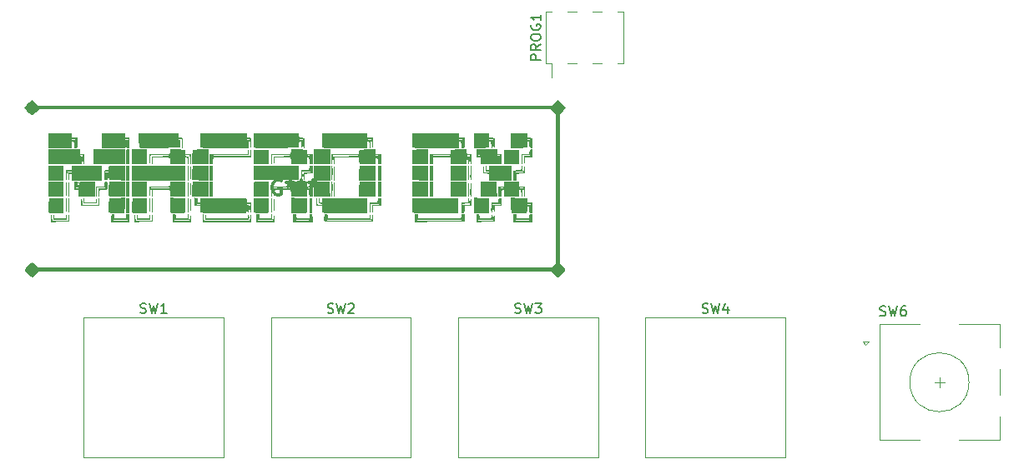
<source format=gto>
%TF.GenerationSoftware,KiCad,Pcbnew,9.0.7*%
%TF.CreationDate,2026-02-17T21:12:57+08:00*%
%TF.ProjectId,3rd testing,33726420-7465-4737-9469-6e672e6b6963,rev?*%
%TF.SameCoordinates,Original*%
%TF.FileFunction,Legend,Top*%
%TF.FilePolarity,Positive*%
%FSLAX46Y46*%
G04 Gerber Fmt 4.6, Leading zero omitted, Abs format (unit mm)*
G04 Created by KiCad (PCBNEW 9.0.7) date 2026-02-17 21:12:57*
%MOMM*%
%LPD*%
G01*
G04 APERTURE LIST*
%ADD10C,0.300000*%
%ADD11C,0.150000*%
%ADD12C,0.000000*%
%ADD13C,0.120000*%
G04 APERTURE END LIST*
D10*
X90376072Y-64089132D02*
X90233215Y-64017703D01*
X90233215Y-64017703D02*
X90018929Y-64017703D01*
X90018929Y-64017703D02*
X89804643Y-64089132D01*
X89804643Y-64089132D02*
X89661786Y-64231989D01*
X89661786Y-64231989D02*
X89590357Y-64374846D01*
X89590357Y-64374846D02*
X89518929Y-64660560D01*
X89518929Y-64660560D02*
X89518929Y-64874846D01*
X89518929Y-64874846D02*
X89590357Y-65160560D01*
X89590357Y-65160560D02*
X89661786Y-65303417D01*
X89661786Y-65303417D02*
X89804643Y-65446275D01*
X89804643Y-65446275D02*
X90018929Y-65517703D01*
X90018929Y-65517703D02*
X90161786Y-65517703D01*
X90161786Y-65517703D02*
X90376072Y-65446275D01*
X90376072Y-65446275D02*
X90447500Y-65374846D01*
X90447500Y-65374846D02*
X90447500Y-64874846D01*
X90447500Y-64874846D02*
X90161786Y-64874846D01*
X91304643Y-64017703D02*
X91304643Y-64374846D01*
X90947500Y-64231989D02*
X91304643Y-64374846D01*
X91304643Y-64374846D02*
X91661786Y-64231989D01*
X91090357Y-64660560D02*
X91304643Y-64374846D01*
X91304643Y-64374846D02*
X91518929Y-64660560D01*
X92447500Y-64017703D02*
X92447500Y-64374846D01*
X92090357Y-64231989D02*
X92447500Y-64374846D01*
X92447500Y-64374846D02*
X92804643Y-64231989D01*
X92233214Y-64660560D02*
X92447500Y-64374846D01*
X92447500Y-64374846D02*
X92661786Y-64660560D01*
X93590357Y-64017703D02*
X93590357Y-64374846D01*
X93233214Y-64231989D02*
X93590357Y-64374846D01*
X93590357Y-64374846D02*
X93947500Y-64231989D01*
X93376071Y-64660560D02*
X93590357Y-64374846D01*
X93590357Y-64374846D02*
X93804643Y-64660560D01*
D11*
X76126667Y-77487200D02*
X76269524Y-77534819D01*
X76269524Y-77534819D02*
X76507619Y-77534819D01*
X76507619Y-77534819D02*
X76602857Y-77487200D01*
X76602857Y-77487200D02*
X76650476Y-77439580D01*
X76650476Y-77439580D02*
X76698095Y-77344342D01*
X76698095Y-77344342D02*
X76698095Y-77249104D01*
X76698095Y-77249104D02*
X76650476Y-77153866D01*
X76650476Y-77153866D02*
X76602857Y-77106247D01*
X76602857Y-77106247D02*
X76507619Y-77058628D01*
X76507619Y-77058628D02*
X76317143Y-77011009D01*
X76317143Y-77011009D02*
X76221905Y-76963390D01*
X76221905Y-76963390D02*
X76174286Y-76915771D01*
X76174286Y-76915771D02*
X76126667Y-76820533D01*
X76126667Y-76820533D02*
X76126667Y-76725295D01*
X76126667Y-76725295D02*
X76174286Y-76630057D01*
X76174286Y-76630057D02*
X76221905Y-76582438D01*
X76221905Y-76582438D02*
X76317143Y-76534819D01*
X76317143Y-76534819D02*
X76555238Y-76534819D01*
X76555238Y-76534819D02*
X76698095Y-76582438D01*
X77031429Y-76534819D02*
X77269524Y-77534819D01*
X77269524Y-77534819D02*
X77460000Y-76820533D01*
X77460000Y-76820533D02*
X77650476Y-77534819D01*
X77650476Y-77534819D02*
X77888572Y-76534819D01*
X78793333Y-77534819D02*
X78221905Y-77534819D01*
X78507619Y-77534819D02*
X78507619Y-76534819D01*
X78507619Y-76534819D02*
X78412381Y-76677676D01*
X78412381Y-76677676D02*
X78317143Y-76772914D01*
X78317143Y-76772914D02*
X78221905Y-76820533D01*
X116739194Y-51781904D02*
X115739194Y-51781904D01*
X115739194Y-51781904D02*
X115739194Y-51400952D01*
X115739194Y-51400952D02*
X115786813Y-51305714D01*
X115786813Y-51305714D02*
X115834432Y-51258095D01*
X115834432Y-51258095D02*
X115929670Y-51210476D01*
X115929670Y-51210476D02*
X116072527Y-51210476D01*
X116072527Y-51210476D02*
X116167765Y-51258095D01*
X116167765Y-51258095D02*
X116215384Y-51305714D01*
X116215384Y-51305714D02*
X116263003Y-51400952D01*
X116263003Y-51400952D02*
X116263003Y-51781904D01*
X116739194Y-50210476D02*
X116263003Y-50543809D01*
X116739194Y-50781904D02*
X115739194Y-50781904D01*
X115739194Y-50781904D02*
X115739194Y-50400952D01*
X115739194Y-50400952D02*
X115786813Y-50305714D01*
X115786813Y-50305714D02*
X115834432Y-50258095D01*
X115834432Y-50258095D02*
X115929670Y-50210476D01*
X115929670Y-50210476D02*
X116072527Y-50210476D01*
X116072527Y-50210476D02*
X116167765Y-50258095D01*
X116167765Y-50258095D02*
X116215384Y-50305714D01*
X116215384Y-50305714D02*
X116263003Y-50400952D01*
X116263003Y-50400952D02*
X116263003Y-50781904D01*
X115739194Y-49591428D02*
X115739194Y-49400952D01*
X115739194Y-49400952D02*
X115786813Y-49305714D01*
X115786813Y-49305714D02*
X115882051Y-49210476D01*
X115882051Y-49210476D02*
X116072527Y-49162857D01*
X116072527Y-49162857D02*
X116405860Y-49162857D01*
X116405860Y-49162857D02*
X116596336Y-49210476D01*
X116596336Y-49210476D02*
X116691575Y-49305714D01*
X116691575Y-49305714D02*
X116739194Y-49400952D01*
X116739194Y-49400952D02*
X116739194Y-49591428D01*
X116739194Y-49591428D02*
X116691575Y-49686666D01*
X116691575Y-49686666D02*
X116596336Y-49781904D01*
X116596336Y-49781904D02*
X116405860Y-49829523D01*
X116405860Y-49829523D02*
X116072527Y-49829523D01*
X116072527Y-49829523D02*
X115882051Y-49781904D01*
X115882051Y-49781904D02*
X115786813Y-49686666D01*
X115786813Y-49686666D02*
X115739194Y-49591428D01*
X115786813Y-48210476D02*
X115739194Y-48305714D01*
X115739194Y-48305714D02*
X115739194Y-48448571D01*
X115739194Y-48448571D02*
X115786813Y-48591428D01*
X115786813Y-48591428D02*
X115882051Y-48686666D01*
X115882051Y-48686666D02*
X115977289Y-48734285D01*
X115977289Y-48734285D02*
X116167765Y-48781904D01*
X116167765Y-48781904D02*
X116310622Y-48781904D01*
X116310622Y-48781904D02*
X116501098Y-48734285D01*
X116501098Y-48734285D02*
X116596336Y-48686666D01*
X116596336Y-48686666D02*
X116691575Y-48591428D01*
X116691575Y-48591428D02*
X116739194Y-48448571D01*
X116739194Y-48448571D02*
X116739194Y-48353333D01*
X116739194Y-48353333D02*
X116691575Y-48210476D01*
X116691575Y-48210476D02*
X116643955Y-48162857D01*
X116643955Y-48162857D02*
X116310622Y-48162857D01*
X116310622Y-48162857D02*
X116310622Y-48353333D01*
X116739194Y-47210476D02*
X116739194Y-47781904D01*
X116739194Y-47496190D02*
X115739194Y-47496190D01*
X115739194Y-47496190D02*
X115882051Y-47591428D01*
X115882051Y-47591428D02*
X115977289Y-47686666D01*
X115977289Y-47686666D02*
X116024908Y-47781904D01*
X95126667Y-77487200D02*
X95269524Y-77534819D01*
X95269524Y-77534819D02*
X95507619Y-77534819D01*
X95507619Y-77534819D02*
X95602857Y-77487200D01*
X95602857Y-77487200D02*
X95650476Y-77439580D01*
X95650476Y-77439580D02*
X95698095Y-77344342D01*
X95698095Y-77344342D02*
X95698095Y-77249104D01*
X95698095Y-77249104D02*
X95650476Y-77153866D01*
X95650476Y-77153866D02*
X95602857Y-77106247D01*
X95602857Y-77106247D02*
X95507619Y-77058628D01*
X95507619Y-77058628D02*
X95317143Y-77011009D01*
X95317143Y-77011009D02*
X95221905Y-76963390D01*
X95221905Y-76963390D02*
X95174286Y-76915771D01*
X95174286Y-76915771D02*
X95126667Y-76820533D01*
X95126667Y-76820533D02*
X95126667Y-76725295D01*
X95126667Y-76725295D02*
X95174286Y-76630057D01*
X95174286Y-76630057D02*
X95221905Y-76582438D01*
X95221905Y-76582438D02*
X95317143Y-76534819D01*
X95317143Y-76534819D02*
X95555238Y-76534819D01*
X95555238Y-76534819D02*
X95698095Y-76582438D01*
X96031429Y-76534819D02*
X96269524Y-77534819D01*
X96269524Y-77534819D02*
X96460000Y-76820533D01*
X96460000Y-76820533D02*
X96650476Y-77534819D01*
X96650476Y-77534819D02*
X96888572Y-76534819D01*
X97221905Y-76630057D02*
X97269524Y-76582438D01*
X97269524Y-76582438D02*
X97364762Y-76534819D01*
X97364762Y-76534819D02*
X97602857Y-76534819D01*
X97602857Y-76534819D02*
X97698095Y-76582438D01*
X97698095Y-76582438D02*
X97745714Y-76630057D01*
X97745714Y-76630057D02*
X97793333Y-76725295D01*
X97793333Y-76725295D02*
X97793333Y-76820533D01*
X97793333Y-76820533D02*
X97745714Y-76963390D01*
X97745714Y-76963390D02*
X97174286Y-77534819D01*
X97174286Y-77534819D02*
X97793333Y-77534819D01*
X151151667Y-77762200D02*
X151294524Y-77809819D01*
X151294524Y-77809819D02*
X151532619Y-77809819D01*
X151532619Y-77809819D02*
X151627857Y-77762200D01*
X151627857Y-77762200D02*
X151675476Y-77714580D01*
X151675476Y-77714580D02*
X151723095Y-77619342D01*
X151723095Y-77619342D02*
X151723095Y-77524104D01*
X151723095Y-77524104D02*
X151675476Y-77428866D01*
X151675476Y-77428866D02*
X151627857Y-77381247D01*
X151627857Y-77381247D02*
X151532619Y-77333628D01*
X151532619Y-77333628D02*
X151342143Y-77286009D01*
X151342143Y-77286009D02*
X151246905Y-77238390D01*
X151246905Y-77238390D02*
X151199286Y-77190771D01*
X151199286Y-77190771D02*
X151151667Y-77095533D01*
X151151667Y-77095533D02*
X151151667Y-77000295D01*
X151151667Y-77000295D02*
X151199286Y-76905057D01*
X151199286Y-76905057D02*
X151246905Y-76857438D01*
X151246905Y-76857438D02*
X151342143Y-76809819D01*
X151342143Y-76809819D02*
X151580238Y-76809819D01*
X151580238Y-76809819D02*
X151723095Y-76857438D01*
X152056429Y-76809819D02*
X152294524Y-77809819D01*
X152294524Y-77809819D02*
X152485000Y-77095533D01*
X152485000Y-77095533D02*
X152675476Y-77809819D01*
X152675476Y-77809819D02*
X152913572Y-76809819D01*
X153723095Y-76809819D02*
X153532619Y-76809819D01*
X153532619Y-76809819D02*
X153437381Y-76857438D01*
X153437381Y-76857438D02*
X153389762Y-76905057D01*
X153389762Y-76905057D02*
X153294524Y-77047914D01*
X153294524Y-77047914D02*
X153246905Y-77238390D01*
X153246905Y-77238390D02*
X153246905Y-77619342D01*
X153246905Y-77619342D02*
X153294524Y-77714580D01*
X153294524Y-77714580D02*
X153342143Y-77762200D01*
X153342143Y-77762200D02*
X153437381Y-77809819D01*
X153437381Y-77809819D02*
X153627857Y-77809819D01*
X153627857Y-77809819D02*
X153723095Y-77762200D01*
X153723095Y-77762200D02*
X153770714Y-77714580D01*
X153770714Y-77714580D02*
X153818333Y-77619342D01*
X153818333Y-77619342D02*
X153818333Y-77381247D01*
X153818333Y-77381247D02*
X153770714Y-77286009D01*
X153770714Y-77286009D02*
X153723095Y-77238390D01*
X153723095Y-77238390D02*
X153627857Y-77190771D01*
X153627857Y-77190771D02*
X153437381Y-77190771D01*
X153437381Y-77190771D02*
X153342143Y-77238390D01*
X153342143Y-77238390D02*
X153294524Y-77286009D01*
X153294524Y-77286009D02*
X153246905Y-77381247D01*
X133126667Y-77487200D02*
X133269524Y-77534819D01*
X133269524Y-77534819D02*
X133507619Y-77534819D01*
X133507619Y-77534819D02*
X133602857Y-77487200D01*
X133602857Y-77487200D02*
X133650476Y-77439580D01*
X133650476Y-77439580D02*
X133698095Y-77344342D01*
X133698095Y-77344342D02*
X133698095Y-77249104D01*
X133698095Y-77249104D02*
X133650476Y-77153866D01*
X133650476Y-77153866D02*
X133602857Y-77106247D01*
X133602857Y-77106247D02*
X133507619Y-77058628D01*
X133507619Y-77058628D02*
X133317143Y-77011009D01*
X133317143Y-77011009D02*
X133221905Y-76963390D01*
X133221905Y-76963390D02*
X133174286Y-76915771D01*
X133174286Y-76915771D02*
X133126667Y-76820533D01*
X133126667Y-76820533D02*
X133126667Y-76725295D01*
X133126667Y-76725295D02*
X133174286Y-76630057D01*
X133174286Y-76630057D02*
X133221905Y-76582438D01*
X133221905Y-76582438D02*
X133317143Y-76534819D01*
X133317143Y-76534819D02*
X133555238Y-76534819D01*
X133555238Y-76534819D02*
X133698095Y-76582438D01*
X134031429Y-76534819D02*
X134269524Y-77534819D01*
X134269524Y-77534819D02*
X134460000Y-76820533D01*
X134460000Y-76820533D02*
X134650476Y-77534819D01*
X134650476Y-77534819D02*
X134888572Y-76534819D01*
X135698095Y-76868152D02*
X135698095Y-77534819D01*
X135460000Y-76487200D02*
X135221905Y-77201485D01*
X135221905Y-77201485D02*
X135840952Y-77201485D01*
X114126667Y-77487200D02*
X114269524Y-77534819D01*
X114269524Y-77534819D02*
X114507619Y-77534819D01*
X114507619Y-77534819D02*
X114602857Y-77487200D01*
X114602857Y-77487200D02*
X114650476Y-77439580D01*
X114650476Y-77439580D02*
X114698095Y-77344342D01*
X114698095Y-77344342D02*
X114698095Y-77249104D01*
X114698095Y-77249104D02*
X114650476Y-77153866D01*
X114650476Y-77153866D02*
X114602857Y-77106247D01*
X114602857Y-77106247D02*
X114507619Y-77058628D01*
X114507619Y-77058628D02*
X114317143Y-77011009D01*
X114317143Y-77011009D02*
X114221905Y-76963390D01*
X114221905Y-76963390D02*
X114174286Y-76915771D01*
X114174286Y-76915771D02*
X114126667Y-76820533D01*
X114126667Y-76820533D02*
X114126667Y-76725295D01*
X114126667Y-76725295D02*
X114174286Y-76630057D01*
X114174286Y-76630057D02*
X114221905Y-76582438D01*
X114221905Y-76582438D02*
X114317143Y-76534819D01*
X114317143Y-76534819D02*
X114555238Y-76534819D01*
X114555238Y-76534819D02*
X114698095Y-76582438D01*
X115031429Y-76534819D02*
X115269524Y-77534819D01*
X115269524Y-77534819D02*
X115460000Y-76820533D01*
X115460000Y-76820533D02*
X115650476Y-77534819D01*
X115650476Y-77534819D02*
X115888572Y-76534819D01*
X116174286Y-76534819D02*
X116793333Y-76534819D01*
X116793333Y-76534819D02*
X116460000Y-76915771D01*
X116460000Y-76915771D02*
X116602857Y-76915771D01*
X116602857Y-76915771D02*
X116698095Y-76963390D01*
X116698095Y-76963390D02*
X116745714Y-77011009D01*
X116745714Y-77011009D02*
X116793333Y-77106247D01*
X116793333Y-77106247D02*
X116793333Y-77344342D01*
X116793333Y-77344342D02*
X116745714Y-77439580D01*
X116745714Y-77439580D02*
X116698095Y-77487200D01*
X116698095Y-77487200D02*
X116602857Y-77534819D01*
X116602857Y-77534819D02*
X116317143Y-77534819D01*
X116317143Y-77534819D02*
X116221905Y-77487200D01*
X116221905Y-77487200D02*
X116174286Y-77439580D01*
D12*
%TO.C,G\u002A\u002A\u002A*%
G36*
X118536382Y-55905722D02*
G01*
X118634416Y-55984965D01*
X118759406Y-56098512D01*
X118896170Y-56231206D01*
X119029525Y-56367890D01*
X119144288Y-56493408D01*
X119225279Y-56592603D01*
X119257314Y-56650318D01*
X119257363Y-56651512D01*
X119228176Y-56710004D01*
X119149668Y-56811143D01*
X119035418Y-56938351D01*
X118954982Y-57020668D01*
X118652601Y-57320731D01*
X118652601Y-64880398D01*
X118652601Y-72440064D01*
X118959541Y-72749067D01*
X119107067Y-72903106D01*
X119197247Y-73012675D01*
X119238391Y-73089460D01*
X119239552Y-73142918D01*
X119198356Y-73207602D01*
X119110704Y-73310773D01*
X118992057Y-73437237D01*
X118857874Y-73571801D01*
X118723614Y-73699272D01*
X118604739Y-73804456D01*
X118516706Y-73872161D01*
X118480169Y-73889205D01*
X118428507Y-73860724D01*
X118331744Y-73783994D01*
X118205641Y-73672087D01*
X118115560Y-73586824D01*
X117803713Y-73284443D01*
X91805492Y-73284443D01*
X65807271Y-73284443D01*
X65495424Y-73586824D01*
X65358676Y-73714573D01*
X65240994Y-73815622D01*
X65158155Y-73876897D01*
X65130498Y-73889205D01*
X65080245Y-73860542D01*
X64983397Y-73782622D01*
X64854174Y-73667551D01*
X64715520Y-73535964D01*
X64572819Y-73391064D01*
X64456636Y-73262403D01*
X64379454Y-73164545D01*
X64353621Y-73113837D01*
X64383606Y-73055161D01*
X64463391Y-72954890D01*
X64577720Y-72828282D01*
X64711339Y-72690590D01*
X64848993Y-72557071D01*
X64975427Y-72442981D01*
X65075386Y-72363573D01*
X65133323Y-72334103D01*
X65191000Y-72363232D01*
X65290573Y-72441212D01*
X65414780Y-72553930D01*
X65476751Y-72614885D01*
X65755037Y-72895668D01*
X91805868Y-72895668D01*
X117856699Y-72895668D01*
X118060262Y-72688997D01*
X118263826Y-72482326D01*
X118263826Y-64876555D01*
X118263826Y-57270785D01*
X118028826Y-57048532D01*
X117793827Y-56826280D01*
X91805824Y-56826280D01*
X65817821Y-56826280D01*
X65498349Y-57128661D01*
X65358730Y-57255765D01*
X65237892Y-57356534D01*
X65151852Y-57418112D01*
X65121673Y-57431042D01*
X65066279Y-57401040D01*
X64969151Y-57321229D01*
X64845355Y-57206896D01*
X64709956Y-57073330D01*
X64578020Y-56935819D01*
X64464612Y-56809651D01*
X64384800Y-56710116D01*
X64353647Y-56652501D01*
X64353621Y-56651635D01*
X64383364Y-56595557D01*
X64462484Y-56497342D01*
X64575822Y-56372219D01*
X64708217Y-56235415D01*
X64844507Y-56102159D01*
X64969533Y-55987679D01*
X65068133Y-55907202D01*
X65125147Y-55875958D01*
X65125879Y-55875940D01*
X65179698Y-55904470D01*
X65278249Y-55981325D01*
X65405513Y-56093398D01*
X65495424Y-56178321D01*
X65807271Y-56480702D01*
X91805492Y-56480702D01*
X117803713Y-56480702D01*
X118115560Y-56178321D01*
X118252308Y-56050571D01*
X118369990Y-55949523D01*
X118452830Y-55888248D01*
X118480486Y-55875940D01*
X118536382Y-55905722D01*
G37*
G36*
X67121669Y-67528202D02*
G01*
X67144741Y-67648526D01*
X67161445Y-67830248D01*
X67183043Y-68165565D01*
X67982193Y-68165565D01*
X68781343Y-68165565D01*
X68802941Y-67830248D01*
X68821744Y-67637124D01*
X68845252Y-67528448D01*
X68869689Y-67502691D01*
X68891277Y-67558322D01*
X68906242Y-67693814D01*
X68910934Y-67873984D01*
X68910934Y-68251960D01*
X67969761Y-68263606D01*
X67028588Y-68275253D01*
X67041020Y-67874831D01*
X67053364Y-67666233D01*
X67072945Y-67538180D01*
X67096725Y-67491795D01*
X67121669Y-67528202D01*
G37*
G36*
X73502903Y-67701195D02*
G01*
X73515960Y-67927980D01*
X74094608Y-67927980D01*
X74673256Y-67927980D01*
X74686313Y-67701195D01*
X74699370Y-67474409D01*
X74850560Y-67474409D01*
X75001751Y-67474409D01*
X75014171Y-67873984D01*
X75026591Y-68273559D01*
X74094608Y-68273559D01*
X73162624Y-68273559D01*
X73167200Y-68126338D01*
X73393835Y-68126338D01*
X73412833Y-68160548D01*
X73463573Y-68169438D01*
X73585666Y-68175763D01*
X73764097Y-68179181D01*
X73983853Y-68179352D01*
X74153255Y-68177372D01*
X74439611Y-68170643D01*
X74647717Y-68160856D01*
X74785687Y-68147279D01*
X74861636Y-68129181D01*
X74883001Y-68111569D01*
X74870614Y-68091014D01*
X74811631Y-68076044D01*
X74696842Y-68065965D01*
X74517037Y-68060083D01*
X74263004Y-68057706D01*
X74165553Y-68057572D01*
X73868871Y-68059632D01*
X73650929Y-68066503D01*
X73504157Y-68079221D01*
X73420983Y-68098820D01*
X73393835Y-68126338D01*
X73167200Y-68126338D01*
X73175045Y-67873984D01*
X73187465Y-67474409D01*
X73338655Y-67474409D01*
X73489846Y-67474409D01*
X73502903Y-67701195D01*
G37*
G36*
X75588335Y-67528202D02*
G01*
X75611407Y-67648526D01*
X75628111Y-67830248D01*
X75649710Y-68165565D01*
X76448860Y-68165565D01*
X77248009Y-68165565D01*
X77269608Y-67830248D01*
X77288411Y-67637124D01*
X77311919Y-67528448D01*
X77336355Y-67502691D01*
X77357944Y-67558322D01*
X77372909Y-67693814D01*
X77377601Y-67873984D01*
X77377601Y-68251960D01*
X76436428Y-68263606D01*
X75495255Y-68275253D01*
X75507687Y-67874831D01*
X75520031Y-67666233D01*
X75539611Y-67538180D01*
X75563391Y-67491795D01*
X75588335Y-67528202D01*
G37*
G36*
X79648816Y-67478520D02*
G01*
X79696165Y-67505625D01*
X79718838Y-67577886D01*
X79731853Y-67690395D01*
X79753451Y-67906382D01*
X80323515Y-67918419D01*
X80893578Y-67930456D01*
X80906678Y-67702433D01*
X80923581Y-67557550D01*
X80948486Y-67493672D01*
X80974879Y-67506638D01*
X80996247Y-67592286D01*
X81006075Y-67746456D01*
X81006172Y-67765991D01*
X81006172Y-68035974D01*
X80257764Y-68047807D01*
X79972804Y-68053837D01*
X79765703Y-68062100D01*
X79627939Y-68073350D01*
X79550990Y-68088343D01*
X79526332Y-68107836D01*
X79527010Y-68112603D01*
X79558448Y-68132721D01*
X79642849Y-68147548D01*
X79788286Y-68157609D01*
X80002829Y-68163430D01*
X80294551Y-68165537D01*
X80340214Y-68165565D01*
X81135764Y-68165565D01*
X81148381Y-67830787D01*
X81161619Y-67638950D01*
X81181085Y-67530722D01*
X81202907Y-67503910D01*
X81223208Y-67556319D01*
X81238115Y-67685757D01*
X81243758Y-67884783D01*
X81243758Y-68273559D01*
X80313395Y-68273559D01*
X79383032Y-68273559D01*
X79395453Y-67873984D01*
X79407873Y-67474409D01*
X79559064Y-67474409D01*
X79648816Y-67478520D01*
G37*
G36*
X87338875Y-67547139D02*
G01*
X87357881Y-67683197D01*
X87368593Y-67873984D01*
X87381013Y-68273559D01*
X84917147Y-68273559D01*
X82453281Y-68273559D01*
X82453281Y-67884783D01*
X82457812Y-67698498D01*
X82470355Y-67565615D01*
X82489333Y-67500314D01*
X82496479Y-67496008D01*
X82518737Y-67535896D01*
X82534084Y-67642519D01*
X82539676Y-67793099D01*
X82549626Y-67995461D01*
X82579487Y-68113853D01*
X82598562Y-68139062D01*
X82640733Y-68150706D01*
X82739348Y-68160269D01*
X82898485Y-68167818D01*
X83122221Y-68173419D01*
X83414636Y-68177137D01*
X83779807Y-68179037D01*
X84221813Y-68179185D01*
X84744731Y-68177647D01*
X84942015Y-68176750D01*
X87226581Y-68165565D01*
X87248179Y-67830248D01*
X87266962Y-67633157D01*
X87290369Y-67521012D01*
X87315355Y-67492708D01*
X87338875Y-67547139D01*
G37*
G36*
X88189978Y-67701195D02*
G01*
X88203034Y-67927980D01*
X88781683Y-67927980D01*
X89360331Y-67927980D01*
X89373388Y-67701195D01*
X89390278Y-67556866D01*
X89415169Y-67493464D01*
X89441549Y-67506746D01*
X89462910Y-67592471D01*
X89472741Y-67746398D01*
X89472839Y-67765991D01*
X89472839Y-68035974D01*
X88724431Y-68047807D01*
X88439471Y-68053837D01*
X88232370Y-68062100D01*
X88094606Y-68073350D01*
X88017657Y-68088343D01*
X87992999Y-68107836D01*
X87993677Y-68112603D01*
X88025115Y-68132721D01*
X88109516Y-68147548D01*
X88254952Y-68157609D01*
X88469496Y-68163430D01*
X88761218Y-68165537D01*
X88806881Y-68165565D01*
X89602431Y-68165565D01*
X89615047Y-67830787D01*
X89628285Y-67638950D01*
X89647752Y-67530722D01*
X89669573Y-67503910D01*
X89689874Y-67556319D01*
X89704782Y-67685757D01*
X89710424Y-67884783D01*
X89710424Y-68273559D01*
X88780062Y-68273559D01*
X87849699Y-68273559D01*
X87862119Y-67873984D01*
X87874540Y-67474409D01*
X88025730Y-67474409D01*
X88176921Y-67474409D01*
X88189978Y-67701195D01*
G37*
G36*
X91873646Y-67478520D02*
G01*
X91920995Y-67505625D01*
X91943668Y-67577886D01*
X91956683Y-67690395D01*
X91978281Y-67906382D01*
X92613144Y-67918323D01*
X93248007Y-67930264D01*
X93261103Y-67702336D01*
X93274200Y-67474409D01*
X93425390Y-67474409D01*
X93576581Y-67474409D01*
X93589001Y-67873984D01*
X93601421Y-68273559D01*
X92604642Y-68273559D01*
X91607862Y-68273559D01*
X91612727Y-68117065D01*
X91875424Y-68117065D01*
X91893090Y-68152017D01*
X91900094Y-68159373D01*
X91953557Y-68171484D01*
X92073157Y-68178839D01*
X92241620Y-68181883D01*
X92441669Y-68181061D01*
X92656031Y-68176815D01*
X92867430Y-68169591D01*
X93058591Y-68159833D01*
X93212238Y-68147985D01*
X93311098Y-68134491D01*
X93339167Y-68122368D01*
X93297249Y-68105242D01*
X93176590Y-68090391D01*
X92984826Y-68078389D01*
X92729594Y-68069808D01*
X92604725Y-68067352D01*
X92320953Y-68064395D01*
X92114805Y-68066756D01*
X91977614Y-68075567D01*
X91900710Y-68091959D01*
X91875424Y-68117065D01*
X91612727Y-68117065D01*
X91620283Y-67873984D01*
X91632703Y-67474409D01*
X91783894Y-67474409D01*
X91873646Y-67478520D01*
G37*
G36*
X95010278Y-67460488D02*
G01*
X95081494Y-67475269D01*
X95119567Y-67513869D01*
X95137356Y-67599350D01*
X95144754Y-67701604D01*
X95157825Y-67928800D01*
X97261420Y-67917591D01*
X99365016Y-67906382D01*
X99378182Y-67701195D01*
X99395287Y-67561613D01*
X99419314Y-67502700D01*
X99444265Y-67519699D01*
X99464146Y-67607856D01*
X99472961Y-67762413D01*
X99473009Y-67776408D01*
X99473009Y-68056808D01*
X97194353Y-68067990D01*
X96629087Y-68071576D01*
X96142541Y-68076386D01*
X95735911Y-68082391D01*
X95410394Y-68089562D01*
X95167187Y-68097871D01*
X95007487Y-68107289D01*
X94932490Y-68117786D01*
X94926496Y-68122368D01*
X94972247Y-68132938D01*
X95102829Y-68142080D01*
X95316691Y-68149766D01*
X95612279Y-68155967D01*
X95988042Y-68160655D01*
X96442428Y-68163801D01*
X96973884Y-68165376D01*
X97259149Y-68165565D01*
X99581002Y-68165565D01*
X99602601Y-67830248D01*
X99621404Y-67637124D01*
X99644912Y-67528448D01*
X99669349Y-67502691D01*
X99690937Y-67558322D01*
X99705902Y-67693814D01*
X99710594Y-67873984D01*
X99710594Y-68251960D01*
X97266702Y-68263113D01*
X96815095Y-68264670D01*
X96389517Y-68265163D01*
X95997777Y-68264649D01*
X95647687Y-68263184D01*
X95347058Y-68260825D01*
X95103702Y-68257630D01*
X94925430Y-68253655D01*
X94820053Y-68248956D01*
X94793657Y-68245114D01*
X94779773Y-68190758D01*
X94769478Y-68073344D01*
X94764650Y-67916192D01*
X94764506Y-67882873D01*
X94771985Y-67679506D01*
X94799294Y-67549065D01*
X94853738Y-67478993D01*
X94942624Y-67456735D01*
X95010278Y-67460488D01*
G37*
G36*
X104302576Y-67701593D02*
G01*
X104315647Y-67928777D01*
X106484039Y-67917579D01*
X108652431Y-67906382D01*
X108674030Y-67690395D01*
X108689670Y-67562764D01*
X108715021Y-67498995D01*
X108767810Y-67476929D01*
X108846819Y-67474409D01*
X108998009Y-67474409D01*
X108998009Y-67863185D01*
X108998009Y-68251960D01*
X106480142Y-68263108D01*
X103962275Y-68274256D01*
X103966039Y-68153102D01*
X104206430Y-68153102D01*
X104211867Y-68159922D01*
X104259227Y-68165099D01*
X104384824Y-68169545D01*
X104580506Y-68173199D01*
X104838117Y-68176000D01*
X105149503Y-68177889D01*
X105506510Y-68178804D01*
X105900985Y-68178687D01*
X106324772Y-68177476D01*
X106485755Y-68176746D01*
X107006902Y-68173718D01*
X107447326Y-68170136D01*
X107812700Y-68165835D01*
X108108692Y-68160653D01*
X108340976Y-68154426D01*
X108515221Y-68146991D01*
X108637099Y-68138185D01*
X108712281Y-68127844D01*
X108746439Y-68115806D01*
X108749631Y-68111569D01*
X108737387Y-68099213D01*
X108687940Y-68088771D01*
X108595570Y-68080104D01*
X108454556Y-68073076D01*
X108259179Y-68067548D01*
X108003717Y-68063385D01*
X107682451Y-68060449D01*
X107289660Y-68058603D01*
X106819624Y-68057709D01*
X106498716Y-68057572D01*
X106064163Y-68058260D01*
X105656064Y-68060235D01*
X105282505Y-68063366D01*
X104951575Y-68067522D01*
X104671361Y-68072572D01*
X104449953Y-68078385D01*
X104295436Y-68084829D01*
X104215899Y-68091774D01*
X104206835Y-68094744D01*
X104206430Y-68153102D01*
X103966039Y-68153102D01*
X103974700Y-67874333D01*
X103987125Y-67474409D01*
X104138315Y-67474409D01*
X104289506Y-67474409D01*
X104302576Y-67701593D01*
G37*
G36*
X110448476Y-67478520D02*
G01*
X110495825Y-67505625D01*
X110518498Y-67577886D01*
X110531513Y-67690395D01*
X110553111Y-67906382D01*
X111123058Y-67918418D01*
X111693004Y-67930454D01*
X111706221Y-67727407D01*
X111725853Y-67596256D01*
X111760189Y-67517159D01*
X111775608Y-67505859D01*
X111806390Y-67516129D01*
X111820666Y-67582058D01*
X111820692Y-67717012D01*
X111818805Y-67761666D01*
X111805832Y-68035974D01*
X111057424Y-68047807D01*
X110772464Y-68053837D01*
X110565363Y-68062100D01*
X110427599Y-68073350D01*
X110350650Y-68088343D01*
X110325992Y-68107836D01*
X110326670Y-68112603D01*
X110358108Y-68132721D01*
X110442509Y-68147548D01*
X110587945Y-68157609D01*
X110802489Y-68163430D01*
X111094211Y-68165537D01*
X111139874Y-68165565D01*
X111935424Y-68165565D01*
X111948094Y-67827810D01*
X111959625Y-67644822D01*
X111978401Y-67540264D01*
X112005996Y-67506359D01*
X112012890Y-67507431D01*
X112042660Y-67559208D01*
X112059916Y-67692024D01*
X112065016Y-67888383D01*
X112065016Y-68251960D01*
X111123843Y-68263606D01*
X110182670Y-68275253D01*
X110195101Y-67874831D01*
X110207533Y-67474409D01*
X110358723Y-67474409D01*
X110448476Y-67478520D01*
G37*
G36*
X114206640Y-67478520D02*
G01*
X114253988Y-67505625D01*
X114276661Y-67577886D01*
X114289676Y-67690395D01*
X114311275Y-67906382D01*
X114946137Y-67918323D01*
X115581000Y-67930264D01*
X115594096Y-67702336D01*
X115607193Y-67474409D01*
X115758383Y-67474409D01*
X115909574Y-67474409D01*
X115921994Y-67873984D01*
X115934414Y-68273559D01*
X114937635Y-68273559D01*
X113940856Y-68273559D01*
X113945720Y-68117065D01*
X114208418Y-68117065D01*
X114226083Y-68152017D01*
X114233087Y-68159373D01*
X114286550Y-68171484D01*
X114406150Y-68178839D01*
X114574613Y-68181883D01*
X114774663Y-68181061D01*
X114989024Y-68176815D01*
X115200423Y-68169591D01*
X115391584Y-68159833D01*
X115545232Y-68147985D01*
X115644091Y-68134491D01*
X115672160Y-68122368D01*
X115630242Y-68105242D01*
X115509583Y-68090391D01*
X115317819Y-68078389D01*
X115062588Y-68069808D01*
X114937719Y-68067352D01*
X114653946Y-68064395D01*
X114447799Y-68066756D01*
X114310607Y-68075567D01*
X114233703Y-68091959D01*
X114208418Y-68117065D01*
X113945720Y-68117065D01*
X113953276Y-67873984D01*
X113965696Y-67474409D01*
X114116887Y-67474409D01*
X114206640Y-67478520D01*
G37*
G36*
X67367076Y-67554223D02*
G01*
X67384922Y-67687379D01*
X67385863Y-67701195D01*
X67399030Y-67906382D01*
X67982193Y-67906382D01*
X68565356Y-67906382D01*
X68578522Y-67701195D01*
X68595618Y-67561615D01*
X68619626Y-67502692D01*
X68644564Y-67519659D01*
X68664448Y-67607745D01*
X68673297Y-67762182D01*
X68673349Y-67776790D01*
X68673349Y-68057572D01*
X67982193Y-68057572D01*
X67291036Y-68057572D01*
X67291036Y-67776790D01*
X67298780Y-67617408D01*
X67318023Y-67524006D01*
X67342782Y-67501355D01*
X67367076Y-67554223D01*
G37*
G36*
X77119392Y-67535680D02*
G01*
X77134847Y-67640773D01*
X77140016Y-67776790D01*
X77140016Y-68057572D01*
X76448860Y-68057572D01*
X75757703Y-68057572D01*
X75757703Y-67776790D01*
X75765447Y-67617408D01*
X75784689Y-67524006D01*
X75809449Y-67501355D01*
X75833743Y-67554223D01*
X75851589Y-67687379D01*
X75852530Y-67701195D01*
X75865696Y-67906382D01*
X76423880Y-67918527D01*
X76668129Y-67922609D01*
X76839112Y-67918827D01*
X76949924Y-67901757D01*
X77013657Y-67865977D01*
X77043407Y-67806064D01*
X77052267Y-67716595D01*
X77052960Y-67657997D01*
X77063563Y-67553846D01*
X77089023Y-67498661D01*
X77096819Y-67496008D01*
X77119392Y-67535680D01*
G37*
G36*
X82761144Y-67529776D02*
G01*
X82782823Y-67633847D01*
X82790332Y-67711837D01*
X82803403Y-67928800D01*
X84906999Y-67917591D01*
X87010594Y-67906382D01*
X87023874Y-67698422D01*
X87042568Y-67561314D01*
X87075500Y-67507028D01*
X87088670Y-67507373D01*
X87125249Y-67558939D01*
X87149782Y-67666389D01*
X87158668Y-67799626D01*
X87148307Y-67928555D01*
X87142369Y-67956261D01*
X87116941Y-68057572D01*
X84913347Y-68057572D01*
X84408495Y-68057240D01*
X83983579Y-68056128D01*
X83632141Y-68054065D01*
X83347726Y-68050881D01*
X83123876Y-68046402D01*
X82954135Y-68040457D01*
X82832045Y-68032876D01*
X82751152Y-68023487D01*
X82704997Y-68012117D01*
X82687123Y-67998595D01*
X82687057Y-67998427D01*
X82673529Y-67916682D01*
X82672726Y-67797756D01*
X82682140Y-67669070D01*
X82699261Y-67558046D01*
X82721582Y-67492103D01*
X82734064Y-67484641D01*
X82761144Y-67529776D01*
G37*
G36*
X68306172Y-66588865D02*
G01*
X68306172Y-67344817D01*
X67581665Y-67356665D01*
X67302362Y-67359774D01*
X67098939Y-67358191D01*
X66960977Y-67351292D01*
X66878055Y-67338450D01*
X66839756Y-67319038D01*
X66835398Y-67311810D01*
X66828784Y-67251236D01*
X66824444Y-67120096D01*
X66822579Y-66934189D01*
X66823394Y-66709320D01*
X66825552Y-66544009D01*
X66837465Y-65832912D01*
X67571819Y-65832912D01*
X68306172Y-65832912D01*
X68306172Y-66588865D01*
G37*
G36*
X74538381Y-66577109D02*
G01*
X74526581Y-67344817D01*
X73770628Y-67355508D01*
X73521033Y-67357044D01*
X73299743Y-67354646D01*
X73121950Y-67348778D01*
X73002848Y-67339906D01*
X72959600Y-67330693D01*
X72938466Y-67294941D01*
X72924088Y-67212987D01*
X72915913Y-67075023D01*
X72913389Y-66871240D01*
X72915963Y-66591828D01*
X72916403Y-66564050D01*
X72928281Y-65832912D01*
X73739231Y-65821156D01*
X74550181Y-65809400D01*
X74538381Y-66577109D01*
G37*
G36*
X75001751Y-66588865D02*
G01*
X75001751Y-67344817D01*
X74861063Y-67358376D01*
X74745874Y-67351289D01*
X74697959Y-67313520D01*
X74691123Y-67252345D01*
X74686593Y-67120652D01*
X74684587Y-66934289D01*
X74685319Y-66709108D01*
X74687457Y-66544009D01*
X74699370Y-65832912D01*
X74850560Y-65832912D01*
X75001751Y-65832912D01*
X75001751Y-66588865D01*
G37*
G36*
X76772839Y-66588865D02*
G01*
X76772839Y-67344817D01*
X76048331Y-67356665D01*
X75769029Y-67359774D01*
X75565606Y-67358191D01*
X75427643Y-67351292D01*
X75344722Y-67338450D01*
X75306423Y-67319038D01*
X75302065Y-67311810D01*
X75295451Y-67251236D01*
X75291110Y-67120096D01*
X75289246Y-66934189D01*
X75290061Y-66709320D01*
X75292218Y-66544009D01*
X75304132Y-65832912D01*
X76038485Y-65832912D01*
X76772839Y-65832912D01*
X76772839Y-66588865D01*
G37*
G36*
X79915441Y-65821093D02*
G01*
X80660594Y-65832912D01*
X80672472Y-66564050D01*
X80675460Y-66850273D01*
X80673406Y-67060028D01*
X80665756Y-67203125D01*
X80651958Y-67289375D01*
X80631459Y-67328589D01*
X80629275Y-67330140D01*
X80568994Y-67342253D01*
X80442159Y-67351917D01*
X80266890Y-67359038D01*
X80061308Y-67363521D01*
X79843529Y-67365272D01*
X79631675Y-67364195D01*
X79443865Y-67360197D01*
X79298217Y-67353181D01*
X79212852Y-67343054D01*
X79199086Y-67337618D01*
X79189690Y-67286997D01*
X79181577Y-67164586D01*
X79175289Y-66984984D01*
X79171364Y-66762792D01*
X79170288Y-66559047D01*
X79170288Y-65809274D01*
X79915441Y-65821093D01*
G37*
G36*
X81794523Y-65819505D02*
G01*
X81956513Y-65832912D01*
X81969569Y-66059698D01*
X81980937Y-66192306D01*
X82002546Y-66259943D01*
X82045403Y-66284027D01*
X82086104Y-66286484D01*
X82147082Y-66278302D01*
X82180179Y-66239478D01*
X82196401Y-66148591D01*
X82202639Y-66059698D01*
X82215696Y-65832912D01*
X84548349Y-65832912D01*
X86881002Y-65832912D01*
X86902601Y-66048899D01*
X86924200Y-66264885D01*
X87140186Y-66286484D01*
X87356172Y-66308082D01*
X87368343Y-66815651D01*
X87372122Y-67035058D01*
X87370009Y-67181852D01*
X87360551Y-67269698D01*
X87342293Y-67312264D01*
X87314346Y-67323219D01*
X87284228Y-67310191D01*
X87264640Y-67261671D01*
X87253518Y-67163509D01*
X87248798Y-67001550D01*
X87248179Y-66869647D01*
X87248179Y-66416076D01*
X87099538Y-66416076D01*
X86977629Y-66428910D01*
X86929523Y-66461642D01*
X86959801Y-66505614D01*
X87034017Y-66539831D01*
X87165331Y-66585607D01*
X87152759Y-66940136D01*
X87139257Y-67141088D01*
X87116205Y-67267223D01*
X87088060Y-67311919D01*
X87058450Y-67291424D01*
X87037985Y-67201801D01*
X87025096Y-67035296D01*
X87023264Y-66991416D01*
X87009406Y-66800832D01*
X86987786Y-66695331D01*
X86962077Y-66674364D01*
X86935955Y-66737378D01*
X86913095Y-66883824D01*
X86902601Y-67009500D01*
X86881002Y-67344817D01*
X84591547Y-67355172D01*
X84153859Y-67356536D01*
X83741684Y-67356634D01*
X83363206Y-67355545D01*
X83026612Y-67353348D01*
X82740086Y-67350124D01*
X82511814Y-67345953D01*
X82349982Y-67340914D01*
X82262775Y-67335088D01*
X82250179Y-67332312D01*
X82221059Y-67272341D01*
X82198220Y-67144724D01*
X82185383Y-66976380D01*
X82172499Y-66653661D01*
X81902516Y-66640800D01*
X81632533Y-66627940D01*
X81632533Y-66496328D01*
X81868689Y-66496328D01*
X81902247Y-66517910D01*
X82001448Y-66535331D01*
X82105700Y-66521828D01*
X82175537Y-66484111D01*
X82183567Y-66470072D01*
X82161100Y-66430234D01*
X82057776Y-66416120D01*
X82049056Y-66416076D01*
X81937212Y-66428485D01*
X81872055Y-66458727D01*
X81868689Y-66496328D01*
X81632533Y-66496328D01*
X81632533Y-66217019D01*
X81632533Y-65806099D01*
X81794523Y-65819505D01*
G37*
G36*
X88367091Y-65820575D02*
G01*
X88396123Y-65821034D01*
X89127261Y-65832912D01*
X89139139Y-66564050D01*
X89142127Y-66850273D01*
X89140072Y-67060028D01*
X89132423Y-67203125D01*
X89118625Y-67289375D01*
X89098125Y-67328589D01*
X89095942Y-67330140D01*
X89027310Y-67346469D01*
X88892931Y-67357970D01*
X88711174Y-67364840D01*
X88500406Y-67367277D01*
X88278997Y-67365478D01*
X88065315Y-67359639D01*
X87877727Y-67349959D01*
X87734602Y-67336633D01*
X87654308Y-67319859D01*
X87645594Y-67314579D01*
X87627892Y-67255139D01*
X87613582Y-67127732D01*
X87602862Y-66950727D01*
X87595929Y-66742490D01*
X87592981Y-66521392D01*
X87594214Y-66305799D01*
X87599825Y-66114080D01*
X87610011Y-65964604D01*
X87624970Y-65875739D01*
X87630033Y-65864232D01*
X87665509Y-65843104D01*
X87747143Y-65828728D01*
X87884744Y-65820550D01*
X88088124Y-65818017D01*
X88367091Y-65820575D01*
G37*
G36*
X92205067Y-65821160D02*
G01*
X93015016Y-65832912D01*
X93026910Y-66539923D01*
X93029281Y-66850409D01*
X93024400Y-67078523D01*
X93012083Y-67227999D01*
X92992146Y-67302570D01*
X92989222Y-67306675D01*
X92951160Y-67329580D01*
X92873459Y-67346177D01*
X92745285Y-67357281D01*
X92555805Y-67363709D01*
X92294186Y-67366276D01*
X92196178Y-67366416D01*
X91951027Y-67364819D01*
X91736534Y-67360394D01*
X91567368Y-67353688D01*
X91458196Y-67345247D01*
X91423916Y-67337618D01*
X91414519Y-67286997D01*
X91406407Y-67164586D01*
X91400118Y-66984986D01*
X91396193Y-66762798D01*
X91395118Y-66559113D01*
X91395118Y-65809407D01*
X92205067Y-65821160D01*
G37*
G36*
X93576581Y-66588865D02*
G01*
X93576581Y-67344817D01*
X93468587Y-67356007D01*
X93363549Y-67351179D01*
X93305519Y-67331193D01*
X93284378Y-67295190D01*
X93269998Y-67212947D01*
X93261826Y-67074654D01*
X93259311Y-66870505D01*
X93261899Y-66590692D01*
X93262322Y-66564050D01*
X93274200Y-65832912D01*
X93425390Y-65832912D01*
X93576581Y-65832912D01*
X93576581Y-66588865D01*
G37*
G36*
X94290687Y-65851958D02*
G01*
X94317365Y-65940173D01*
X94331184Y-66070665D01*
X94331872Y-66105900D01*
X94336949Y-66221925D01*
X94359174Y-66273145D01*
X94410691Y-66281007D01*
X94429727Y-66278689D01*
X94489984Y-66257214D01*
X94524466Y-66199536D01*
X94544915Y-66082939D01*
X94548519Y-66048899D01*
X94570118Y-65832912D01*
X96837975Y-65832912D01*
X99105832Y-65832912D01*
X99105832Y-66588865D01*
X99105832Y-67344817D01*
X96847567Y-67356002D01*
X96327787Y-67358175D01*
X95888538Y-67359053D01*
X95523963Y-67358524D01*
X95228207Y-67356477D01*
X94995414Y-67352802D01*
X94819728Y-67347387D01*
X94695293Y-67340121D01*
X94616253Y-67330893D01*
X94576752Y-67319593D01*
X94569874Y-67312805D01*
X94558525Y-67244403D01*
X94547356Y-67117039D01*
X94538764Y-66958116D01*
X94538683Y-66956042D01*
X94526921Y-66653661D01*
X94246138Y-66632062D01*
X93965356Y-66610463D01*
X93952358Y-66308986D01*
X93949257Y-66141154D01*
X93953804Y-65995753D01*
X93964423Y-65907645D01*
X93995149Y-65830328D01*
X94025126Y-65830142D01*
X94050622Y-65897874D01*
X94067903Y-66024312D01*
X94073349Y-66176418D01*
X94078062Y-66355606D01*
X94099378Y-66465335D01*
X94148068Y-66522341D01*
X94234902Y-66543363D01*
X94310934Y-66545668D01*
X94446707Y-66532085D01*
X94524660Y-66499316D01*
X94538229Y-66459324D01*
X94480848Y-66424075D01*
X94386530Y-66407884D01*
X94224540Y-66394477D01*
X94211287Y-66162041D01*
X94208461Y-66017651D01*
X94215705Y-65902056D01*
X94224410Y-65860871D01*
X94257564Y-65820649D01*
X94290687Y-65851958D01*
G37*
G36*
X108393247Y-66588865D02*
G01*
X108393247Y-67344817D01*
X106098593Y-67355992D01*
X105583064Y-67358195D01*
X105147427Y-67359283D01*
X104785186Y-67359120D01*
X104489844Y-67357569D01*
X104254906Y-67354497D01*
X104073874Y-67349766D01*
X103940253Y-67343242D01*
X103847545Y-67334789D01*
X103789254Y-67324271D01*
X103758884Y-67311552D01*
X103754047Y-67307050D01*
X103733140Y-67242354D01*
X103719835Y-67105118D01*
X103713919Y-66891048D01*
X103715179Y-66595852D01*
X103716048Y-66539923D01*
X103727941Y-65832912D01*
X106060594Y-65832912D01*
X108393247Y-65832912D01*
X108393247Y-66588865D01*
G37*
G36*
X109671201Y-65835641D02*
G01*
X109694729Y-65934644D01*
X109708727Y-66117498D01*
X109710764Y-66244019D01*
X109710764Y-66628428D01*
X109375985Y-66641044D01*
X109041206Y-66653661D01*
X109028322Y-66976380D01*
X109014682Y-67151383D01*
X108991495Y-67276418D01*
X108963526Y-67332096D01*
X108874529Y-67360522D01*
X108770752Y-67362171D01*
X108702828Y-67337618D01*
X108691554Y-67285461D01*
X108682350Y-67165050D01*
X108676186Y-66994517D01*
X108674030Y-66799469D01*
X108674030Y-66290118D01*
X109008809Y-66277502D01*
X109343587Y-66264885D01*
X109365186Y-66058638D01*
X109388869Y-65918604D01*
X109417652Y-65860480D01*
X109445386Y-65880518D01*
X109465924Y-65974968D01*
X109473179Y-66124494D01*
X109473179Y-66394477D01*
X109135424Y-66407147D01*
X108952436Y-66418678D01*
X108847878Y-66437454D01*
X108813973Y-66465049D01*
X108815044Y-66471943D01*
X108866822Y-66501713D01*
X108999638Y-66518969D01*
X109195997Y-66524069D01*
X109559574Y-66524069D01*
X109570693Y-66264885D01*
X109587889Y-66035110D01*
X109613336Y-65886536D01*
X109642588Y-65819826D01*
X109671201Y-65835641D01*
G37*
G36*
X110715101Y-65821093D02*
G01*
X111460254Y-65832912D01*
X111460254Y-66588865D01*
X111460254Y-67344817D01*
X110744906Y-67356624D01*
X110504522Y-67358847D01*
X110294880Y-67357481D01*
X110130987Y-67352887D01*
X110027846Y-67345430D01*
X109999753Y-67338625D01*
X109990027Y-67287662D01*
X109981630Y-67164935D01*
X109975121Y-66985068D01*
X109971060Y-66762687D01*
X109969948Y-66559047D01*
X109969948Y-65809274D01*
X110715101Y-65821093D01*
G37*
G36*
X114538060Y-65821160D02*
G01*
X115348009Y-65832912D01*
X115361066Y-66059698D01*
X115374123Y-66286484D01*
X115652648Y-66286484D01*
X115931172Y-66286484D01*
X115931172Y-66806207D01*
X115929023Y-67043930D01*
X115919156Y-67207099D01*
X115896444Y-67307516D01*
X115855759Y-67356982D01*
X115791974Y-67367300D01*
X115699963Y-67350271D01*
X115695301Y-67349107D01*
X115641555Y-67329732D01*
X115608768Y-67291991D01*
X115590568Y-67216506D01*
X115580584Y-67083897D01*
X115576605Y-66988071D01*
X115568099Y-66818910D01*
X115554910Y-66718593D01*
X115531844Y-66669569D01*
X115493703Y-66654290D01*
X115477601Y-66653661D01*
X115432921Y-66662204D01*
X115405439Y-66699720D01*
X115389673Y-66784036D01*
X115380136Y-66932979D01*
X115378322Y-66976380D01*
X115364682Y-67151383D01*
X115341495Y-67276418D01*
X115313526Y-67332096D01*
X115254658Y-67343270D01*
X115128167Y-67352222D01*
X114951339Y-67358890D01*
X114741462Y-67363214D01*
X114515820Y-67365131D01*
X114291700Y-67364581D01*
X114086387Y-67361503D01*
X113917168Y-67355833D01*
X113801329Y-67347513D01*
X113756909Y-67337618D01*
X113747513Y-67286997D01*
X113739400Y-67164586D01*
X113733111Y-66984986D01*
X113729186Y-66762798D01*
X113728111Y-66559113D01*
X113728111Y-66464673D01*
X115369487Y-66464673D01*
X115398406Y-66516869D01*
X115473685Y-66543105D01*
X115585891Y-66536715D01*
X115646857Y-66519447D01*
X115711350Y-66478429D01*
X115697893Y-66442457D01*
X115614870Y-66419828D01*
X115542397Y-66416076D01*
X115414821Y-66428279D01*
X115369487Y-66464673D01*
X113728111Y-66464673D01*
X113728111Y-65809407D01*
X114538060Y-65821160D01*
G37*
G36*
X68646270Y-65885297D02*
G01*
X68659130Y-66014170D01*
X68668171Y-66209669D01*
X68672831Y-66461930D01*
X68673349Y-66591414D01*
X68670863Y-66877196D01*
X68663652Y-67097718D01*
X68652087Y-67246699D01*
X68636539Y-67317859D01*
X68630152Y-67323219D01*
X68613498Y-67281052D01*
X68600593Y-67158545D01*
X68591777Y-66961681D01*
X68587393Y-66696447D01*
X68586955Y-66564717D01*
X68589316Y-66261930D01*
X68596307Y-66037658D01*
X68607792Y-65894223D01*
X68623633Y-65833950D01*
X68630152Y-65832912D01*
X68646270Y-65885297D01*
G37*
G36*
X68884864Y-65896260D02*
G01*
X68899714Y-66016918D01*
X68911716Y-66208683D01*
X68920298Y-66463917D01*
X68922754Y-66588781D01*
X68926245Y-66859456D01*
X68926101Y-67055366D01*
X68921454Y-67188096D01*
X68911435Y-67269229D01*
X68895178Y-67310352D01*
X68871814Y-67323050D01*
X68867737Y-67323219D01*
X68843258Y-67313717D01*
X68826012Y-67277489D01*
X68815133Y-67202950D01*
X68809752Y-67078514D01*
X68809002Y-66892598D01*
X68812014Y-66633615D01*
X68812720Y-66588781D01*
X68819687Y-66309061D01*
X68830316Y-66089589D01*
X68844035Y-65938002D01*
X68860271Y-65861935D01*
X68867737Y-65854344D01*
X68884864Y-65896260D01*
G37*
G36*
X77112936Y-65885297D02*
G01*
X77125797Y-66014170D01*
X77134838Y-66209669D01*
X77139498Y-66461930D01*
X77140016Y-66591414D01*
X77137530Y-66877196D01*
X77130319Y-67097718D01*
X77118754Y-67246699D01*
X77103206Y-67317859D01*
X77096819Y-67323219D01*
X77080164Y-67281052D01*
X77067259Y-67158545D01*
X77058444Y-66961681D01*
X77054060Y-66696447D01*
X77053621Y-66564717D01*
X77055982Y-66261930D01*
X77062974Y-66037658D01*
X77074459Y-65894223D01*
X77090300Y-65833950D01*
X77096819Y-65832912D01*
X77112936Y-65885297D01*
G37*
G36*
X77352744Y-65894742D02*
G01*
X77366371Y-66004185D01*
X77375423Y-66165627D01*
X77380039Y-66361939D01*
X77380359Y-66575991D01*
X77376521Y-66790654D01*
X77368665Y-66988799D01*
X77356929Y-67153295D01*
X77341453Y-67267014D01*
X77322567Y-67312765D01*
X77302105Y-67302475D01*
X77287934Y-67249271D01*
X77279474Y-67143458D01*
X77276144Y-66975339D01*
X77277361Y-66735219D01*
X77279370Y-66592727D01*
X77286323Y-66311972D01*
X77296919Y-66091613D01*
X77310592Y-65939221D01*
X77326778Y-65862366D01*
X77334404Y-65854427D01*
X77352744Y-65894742D01*
G37*
G36*
X80979863Y-65887970D02*
G01*
X80994159Y-66000677D01*
X81005619Y-66164743D01*
X81013998Y-66363165D01*
X81019052Y-66578936D01*
X81020536Y-66795051D01*
X81018207Y-66994505D01*
X81011819Y-67160293D01*
X81001129Y-67275410D01*
X80985892Y-67322849D01*
X80984238Y-67323219D01*
X80929168Y-67289112D01*
X80917279Y-67267488D01*
X80907033Y-67197456D01*
X80901655Y-67065824D01*
X80900597Y-66889720D01*
X80903309Y-66686274D01*
X80909240Y-66472613D01*
X80917841Y-66265867D01*
X80928563Y-66083162D01*
X80940855Y-65941628D01*
X80954168Y-65858392D01*
X80962975Y-65843628D01*
X80979863Y-65887970D01*
G37*
G36*
X81217887Y-65863660D02*
G01*
X81230906Y-65978379D01*
X81239479Y-66174744D01*
X81243469Y-66450434D01*
X81243758Y-66564717D01*
X81241356Y-66857151D01*
X81234379Y-67083754D01*
X81223168Y-67238540D01*
X81208062Y-67315525D01*
X81200560Y-67323219D01*
X81183691Y-67281103D01*
X81170674Y-67158944D01*
X81161880Y-66963022D01*
X81157679Y-66699617D01*
X81157363Y-66591414D01*
X81159867Y-66316816D01*
X81167005Y-66094539D01*
X81178215Y-65934447D01*
X81192936Y-65846402D01*
X81200560Y-65832912D01*
X81217887Y-65863660D01*
G37*
G36*
X89446769Y-65896260D02*
G01*
X89461619Y-66016918D01*
X89473621Y-66208683D01*
X89482203Y-66463917D01*
X89484659Y-66588781D01*
X89488150Y-66859456D01*
X89488006Y-67055366D01*
X89483359Y-67188096D01*
X89473340Y-67269229D01*
X89457083Y-67310352D01*
X89433719Y-67323050D01*
X89429642Y-67323219D01*
X89405163Y-67313717D01*
X89387917Y-67277489D01*
X89377038Y-67202950D01*
X89371657Y-67078514D01*
X89370907Y-66892598D01*
X89373919Y-66633615D01*
X89374625Y-66588781D01*
X89381592Y-66309061D01*
X89392221Y-66089589D01*
X89405939Y-65938002D01*
X89422176Y-65861935D01*
X89429642Y-65854344D01*
X89446769Y-65896260D01*
G37*
G36*
X89684554Y-65863660D02*
G01*
X89697573Y-65978379D01*
X89706145Y-66174744D01*
X89710136Y-66450434D01*
X89710424Y-66564717D01*
X89708023Y-66857151D01*
X89701046Y-67083754D01*
X89689834Y-67238540D01*
X89674729Y-67315525D01*
X89667227Y-67323219D01*
X89650358Y-67281103D01*
X89637341Y-67158944D01*
X89628546Y-66963022D01*
X89624346Y-66699617D01*
X89624030Y-66591414D01*
X89626534Y-66316816D01*
X89633672Y-66094539D01*
X89644882Y-65934447D01*
X89659603Y-65846402D01*
X89667227Y-65832912D01*
X89684554Y-65863660D01*
G37*
G36*
X100531343Y-66221688D02*
G01*
X100531343Y-66610463D01*
X100142567Y-66632062D01*
X99753792Y-66653661D01*
X99741175Y-66988440D01*
X99730680Y-67165464D01*
X99713483Y-67270303D01*
X99686392Y-67317098D01*
X99665580Y-67323219D01*
X99634622Y-67306641D01*
X99615365Y-67247327D01*
X99605472Y-67130906D01*
X99602603Y-66943007D01*
X99602601Y-66936260D01*
X99602601Y-66549302D01*
X99933913Y-66536685D01*
X100134185Y-66521879D01*
X100250481Y-66495731D01*
X100283650Y-66468396D01*
X100273670Y-66441970D01*
X100214069Y-66426877D01*
X100092675Y-66421753D01*
X99898341Y-66425199D01*
X99494608Y-66437674D01*
X99482297Y-66880446D01*
X99471354Y-67108871D01*
X99455286Y-67253198D01*
X99436626Y-67315382D01*
X99417902Y-67297380D01*
X99401645Y-67201147D01*
X99390385Y-67028642D01*
X99386615Y-66806472D01*
X99386615Y-66289726D01*
X99786189Y-66277306D01*
X100185764Y-66264885D01*
X100207363Y-66048899D01*
X100223004Y-65921268D01*
X100248355Y-65857499D01*
X100301143Y-65835432D01*
X100380152Y-65832912D01*
X100531343Y-65832912D01*
X100531343Y-66221688D01*
G37*
G36*
X112756172Y-66221688D02*
G01*
X112756172Y-66610463D01*
X112423178Y-66623048D01*
X112090185Y-66635632D01*
X112077600Y-66965159D01*
X112062881Y-67161886D01*
X112037152Y-67279045D01*
X112011019Y-67312552D01*
X111984067Y-67298655D01*
X111967154Y-67228248D01*
X111958721Y-67090508D01*
X111957023Y-66938043D01*
X111957023Y-66545668D01*
X112234272Y-66545668D01*
X112445133Y-66538776D01*
X112578147Y-66516978D01*
X112640844Y-66478589D01*
X112648179Y-66453030D01*
X112607924Y-66436202D01*
X112498590Y-66425935D01*
X112337328Y-66423422D01*
X112248604Y-66425254D01*
X111849030Y-66437674D01*
X111836719Y-66880446D01*
X111827319Y-67076131D01*
X111812296Y-67223796D01*
X111793501Y-67308631D01*
X111781367Y-67323219D01*
X111728863Y-67289108D01*
X111716484Y-67266302D01*
X111708512Y-67201268D01*
X111704332Y-67070929D01*
X111704334Y-66896307D01*
X111707040Y-66758734D01*
X111719438Y-66308082D01*
X112065016Y-66286484D01*
X112410594Y-66264885D01*
X112432193Y-66048899D01*
X112447834Y-65921268D01*
X112473184Y-65857499D01*
X112525973Y-65835432D01*
X112604982Y-65832912D01*
X112756172Y-65832912D01*
X112756172Y-66221688D01*
G37*
G36*
X71934863Y-65859575D02*
G01*
X71949329Y-65967210D01*
X71955965Y-66150653D01*
X71956343Y-66219139D01*
X71956343Y-66632062D01*
X71025980Y-66632062D01*
X70095618Y-66632062D01*
X70108038Y-66232487D01*
X70120397Y-66024085D01*
X70140004Y-65896317D01*
X70163813Y-65850290D01*
X70188777Y-65887111D01*
X70211852Y-66007885D01*
X70228451Y-66188751D01*
X70250050Y-66524069D01*
X70962805Y-66536402D01*
X71209163Y-66539153D01*
X71430938Y-66538810D01*
X71611197Y-66535618D01*
X71733004Y-66529818D01*
X71772754Y-66524780D01*
X71822691Y-66505595D01*
X71851814Y-66465600D01*
X71865663Y-66385152D01*
X71869781Y-66244609D01*
X71869948Y-66180217D01*
X71875385Y-66021618D01*
X71889738Y-65898878D01*
X71910065Y-65835628D01*
X71913145Y-65832912D01*
X71934863Y-65859575D01*
G37*
G36*
X70408971Y-65887451D02*
G01*
X70434946Y-65990410D01*
X70444438Y-66058638D01*
X70466036Y-66264885D01*
X71036100Y-66276922D01*
X71606164Y-66288959D01*
X71619263Y-66071168D01*
X71636793Y-65925890D01*
X71662318Y-65862076D01*
X71689028Y-65876079D01*
X71710111Y-65964246D01*
X71718757Y-66122927D01*
X71718758Y-66124494D01*
X71718758Y-66394477D01*
X71037467Y-66406378D01*
X70771415Y-66409657D01*
X70580098Y-66408228D01*
X70451945Y-66401297D01*
X70375385Y-66388070D01*
X70338847Y-66367754D01*
X70333058Y-66358032D01*
X70319361Y-66275899D01*
X70318395Y-66156642D01*
X70327682Y-66027670D01*
X70344744Y-65916394D01*
X70367104Y-65850224D01*
X70379642Y-65842652D01*
X70408971Y-65887451D01*
G37*
G36*
X67561019Y-64179596D02*
G01*
X68306172Y-64191416D01*
X68317992Y-64936569D01*
X68329811Y-65681722D01*
X67572839Y-65681722D01*
X66815866Y-65681722D01*
X66815866Y-64924749D01*
X66815866Y-64167777D01*
X67561019Y-64179596D01*
G37*
G36*
X68646827Y-64211979D02*
G01*
X68659742Y-64334454D01*
X68668556Y-64531231D01*
X68672923Y-64796297D01*
X68673349Y-64925770D01*
X68670940Y-65217573D01*
X68663942Y-65443599D01*
X68652697Y-65597835D01*
X68637550Y-65674267D01*
X68630152Y-65681722D01*
X68613478Y-65639561D01*
X68600562Y-65517085D01*
X68591748Y-65320308D01*
X68587381Y-65055242D01*
X68586955Y-64925770D01*
X68589364Y-64633966D01*
X68596363Y-64407940D01*
X68607607Y-64253704D01*
X68622754Y-64177272D01*
X68630152Y-64169817D01*
X68646827Y-64211979D01*
G37*
G36*
X68886077Y-64253245D02*
G01*
X68899704Y-64362688D01*
X68908756Y-64524130D01*
X68913372Y-64720442D01*
X68913692Y-64934495D01*
X68909854Y-65149158D01*
X68901998Y-65347302D01*
X68890262Y-65511798D01*
X68874786Y-65625517D01*
X68855901Y-65671268D01*
X68835438Y-65660978D01*
X68821267Y-65607774D01*
X68812808Y-65501961D01*
X68809477Y-65333842D01*
X68810694Y-65093722D01*
X68812704Y-64951230D01*
X68819657Y-64670476D01*
X68830252Y-64450117D01*
X68843925Y-64297724D01*
X68860111Y-64220869D01*
X68867737Y-64212931D01*
X68886077Y-64253245D01*
G37*
G36*
X69569693Y-64178009D02*
G01*
X69731683Y-64191416D01*
X69744739Y-64418202D01*
X69758932Y-64544944D01*
X69781384Y-64627256D01*
X69797913Y-64644987D01*
X69837661Y-64607288D01*
X69869310Y-64516160D01*
X69883271Y-64404554D01*
X69881407Y-64358086D01*
X69875451Y-64292333D01*
X69880880Y-64243914D01*
X69908788Y-64210390D01*
X69970267Y-64189323D01*
X70076412Y-64178271D01*
X70238317Y-64174797D01*
X70467075Y-64176459D01*
X70692822Y-64179663D01*
X71502771Y-64191416D01*
X71502771Y-64925770D01*
X71502771Y-65660123D01*
X70695953Y-65671864D01*
X70372916Y-65674098D01*
X70125847Y-65670403D01*
X69957788Y-65660900D01*
X69871782Y-65645709D01*
X69861382Y-65638698D01*
X69847266Y-65573440D01*
X69839966Y-65452199D01*
X69840190Y-65346175D01*
X69843210Y-65201115D01*
X69844082Y-65088109D01*
X69843214Y-65044562D01*
X69798578Y-65007759D01*
X69672746Y-64991389D01*
X69623689Y-64990565D01*
X69407703Y-64990565D01*
X69407703Y-64817776D01*
X69537295Y-64817776D01*
X69575269Y-64846328D01*
X69668644Y-64860601D01*
X69688485Y-64860974D01*
X69788418Y-64850124D01*
X69838370Y-64823445D01*
X69839676Y-64817776D01*
X69801702Y-64789224D01*
X69708327Y-64774952D01*
X69688485Y-64774579D01*
X69588553Y-64785429D01*
X69538601Y-64812107D01*
X69537295Y-64817776D01*
X69407703Y-64817776D01*
X69407703Y-64577584D01*
X69407703Y-64164602D01*
X69569693Y-64178009D01*
G37*
G36*
X72702192Y-64178008D02*
G01*
X72767216Y-64213025D01*
X72802977Y-64296833D01*
X72817610Y-64443802D01*
X72819627Y-64565859D01*
X72818202Y-64758565D01*
X72802379Y-64881883D01*
X72756436Y-64951293D01*
X72664650Y-64982277D01*
X72511300Y-64990316D01*
X72388315Y-64990565D01*
X72192263Y-64992445D01*
X72066831Y-65008154D01*
X71996253Y-65052798D01*
X71964765Y-65141483D01*
X71956602Y-65289315D01*
X71956343Y-65404473D01*
X71949852Y-65556281D01*
X71932286Y-65654139D01*
X71911524Y-65681722D01*
X71889609Y-65639864D01*
X71878259Y-65518474D01*
X71877981Y-65323828D01*
X71879126Y-65282147D01*
X71891547Y-64882572D01*
X72226326Y-64869956D01*
X72417819Y-64857020D01*
X72526230Y-64838201D01*
X72554359Y-64817030D01*
X72505002Y-64797036D01*
X72380959Y-64781752D01*
X72185028Y-64774707D01*
X72150730Y-64774579D01*
X71740356Y-64774579D01*
X71740356Y-65228151D01*
X71736263Y-65444521D01*
X71724546Y-65595746D01*
X71706052Y-65673216D01*
X71695803Y-65681722D01*
X71641889Y-65647575D01*
X71629409Y-65624805D01*
X71621438Y-65559771D01*
X71617257Y-65429432D01*
X71617259Y-65254810D01*
X71619965Y-65117237D01*
X71632363Y-64666586D01*
X72029736Y-64654195D01*
X72427108Y-64641803D01*
X72440110Y-64416610D01*
X72450537Y-64285043D01*
X72472410Y-64216582D01*
X72521212Y-64188035D01*
X72599772Y-64177412D01*
X72702192Y-64178008D01*
G37*
G36*
X74548179Y-64924816D02*
G01*
X74548179Y-65681722D01*
X73747674Y-65681722D01*
X73449289Y-65680287D01*
X73227932Y-65675563D01*
X73074278Y-65666915D01*
X72979002Y-65653712D01*
X72932778Y-65635322D01*
X72925783Y-65625991D01*
X72919211Y-65565498D01*
X72914973Y-65434706D01*
X72913273Y-65249688D01*
X72914312Y-65026513D01*
X72916339Y-64880838D01*
X72928281Y-64191416D01*
X73738230Y-64179663D01*
X74548179Y-64167911D01*
X74548179Y-64924816D01*
G37*
G36*
X75023349Y-64923162D02*
G01*
X75023349Y-65681722D01*
X74849540Y-65681722D01*
X74675731Y-65681722D01*
X74687550Y-64936569D01*
X74699370Y-64191416D01*
X74861360Y-64178009D01*
X75023349Y-64164602D01*
X75023349Y-64923162D01*
G37*
G36*
X76027686Y-64179596D02*
G01*
X76772839Y-64191416D01*
X76784659Y-64936569D01*
X76796478Y-65681722D01*
X76039505Y-65681722D01*
X75282533Y-65681722D01*
X75282533Y-64924749D01*
X75282533Y-64167777D01*
X76027686Y-64179596D01*
G37*
G36*
X79915441Y-64179596D02*
G01*
X80660594Y-64191416D01*
X80672414Y-64936569D01*
X80684233Y-65681722D01*
X79927261Y-65681722D01*
X79170288Y-65681722D01*
X79170288Y-65404473D01*
X79171329Y-65266741D01*
X79167259Y-65163384D01*
X79147291Y-65089494D01*
X79100640Y-65040165D01*
X79016518Y-65010490D01*
X78884137Y-64995562D01*
X78692712Y-64990476D01*
X78431455Y-64990323D01*
X78260341Y-64990565D01*
X77402834Y-64990565D01*
X77390217Y-65321878D01*
X77375411Y-65522150D01*
X77349263Y-65638445D01*
X77321928Y-65671614D01*
X77295503Y-65661634D01*
X77280410Y-65602034D01*
X77275285Y-65480639D01*
X77278731Y-65286306D01*
X77291206Y-64882572D01*
X78209149Y-64870914D01*
X78532159Y-64864826D01*
X78791160Y-64855762D01*
X78980391Y-64844066D01*
X79094090Y-64830080D01*
X79127091Y-64816106D01*
X79084488Y-64801246D01*
X78958863Y-64790590D01*
X78753490Y-64784245D01*
X78471644Y-64782315D01*
X78144353Y-64784567D01*
X77161615Y-64796178D01*
X77149304Y-65238950D01*
X77138375Y-65467344D01*
X77122339Y-65611670D01*
X77103714Y-65673914D01*
X77085016Y-65656066D01*
X77068761Y-65560114D01*
X77057467Y-65388045D01*
X77053621Y-65163355D01*
X77053621Y-64644987D01*
X78085735Y-64644987D01*
X78419656Y-64645165D01*
X78677102Y-64643830D01*
X78867983Y-64638176D01*
X79002208Y-64625400D01*
X79089688Y-64602696D01*
X79140333Y-64567261D01*
X79164051Y-64516289D01*
X79170754Y-64446977D01*
X79170351Y-64356519D01*
X79170288Y-64338053D01*
X79170288Y-64167777D01*
X79915441Y-64179596D01*
G37*
G36*
X80979863Y-64246473D02*
G01*
X80994159Y-64359180D01*
X81005619Y-64523247D01*
X81013998Y-64721668D01*
X81019052Y-64937439D01*
X81020536Y-65153555D01*
X81018207Y-65353009D01*
X81011819Y-65518797D01*
X81001129Y-65633913D01*
X80985892Y-65681353D01*
X80984238Y-65681722D01*
X80929168Y-65647615D01*
X80917279Y-65625991D01*
X80907033Y-65555959D01*
X80901655Y-65424327D01*
X80900597Y-65248224D01*
X80903309Y-65044778D01*
X80909240Y-64831117D01*
X80917841Y-64624370D01*
X80928563Y-64441665D01*
X80940855Y-64300131D01*
X80954168Y-64216896D01*
X80962975Y-64202132D01*
X80979863Y-64246473D01*
G37*
G36*
X81217235Y-64211979D02*
G01*
X81230151Y-64334454D01*
X81238964Y-64531231D01*
X81243332Y-64796297D01*
X81243758Y-64925770D01*
X81241348Y-65217573D01*
X81234350Y-65443599D01*
X81223105Y-65597835D01*
X81207959Y-65674267D01*
X81200560Y-65681722D01*
X81183886Y-65639561D01*
X81170970Y-65517085D01*
X81162156Y-65320308D01*
X81157789Y-65055242D01*
X81157363Y-64925770D01*
X81159772Y-64633966D01*
X81166771Y-64407940D01*
X81178015Y-64253704D01*
X81193162Y-64177272D01*
X81200560Y-64169817D01*
X81217235Y-64211979D01*
G37*
G36*
X83014846Y-64924816D02*
G01*
X83014846Y-65681722D01*
X82193078Y-65681722D01*
X81371309Y-65681722D01*
X81383129Y-64936569D01*
X81394948Y-64191416D01*
X82204897Y-64179663D01*
X83014846Y-64167911D01*
X83014846Y-64924816D01*
G37*
G36*
X83490016Y-64923162D02*
G01*
X83490016Y-65681722D01*
X83316207Y-65681722D01*
X83142398Y-65681722D01*
X83154217Y-64936569D01*
X83166036Y-64191416D01*
X83328026Y-64178009D01*
X83490016Y-64164602D01*
X83490016Y-64923162D01*
G37*
G36*
X88367091Y-64179078D02*
G01*
X88396123Y-64179538D01*
X89127261Y-64191416D01*
X89139080Y-64936569D01*
X89150900Y-65681722D01*
X88401127Y-65681722D01*
X88154905Y-65680139D01*
X87939301Y-65675748D01*
X87768914Y-65669092D01*
X87658345Y-65660708D01*
X87622556Y-65652924D01*
X87611037Y-65599650D01*
X87602671Y-65478162D01*
X87597363Y-65306579D01*
X87595019Y-65103021D01*
X87595544Y-64885606D01*
X87598842Y-64672455D01*
X87604820Y-64481686D01*
X87613383Y-64331419D01*
X87624435Y-64239773D01*
X87630033Y-64222735D01*
X87665509Y-64201608D01*
X87747143Y-64187232D01*
X87884744Y-64179054D01*
X88088124Y-64176520D01*
X88367091Y-64179078D01*
G37*
G36*
X92205067Y-64179663D02*
G01*
X93015016Y-64191416D01*
X93028073Y-64418202D01*
X93041130Y-64644987D01*
X93319654Y-64644987D01*
X93598179Y-64644987D01*
X93598179Y-65163355D01*
X93598179Y-65681722D01*
X93427207Y-65681722D01*
X93256235Y-65681722D01*
X93243619Y-65346943D01*
X93235215Y-65177556D01*
X93221971Y-65076052D01*
X93198153Y-65023926D01*
X93158024Y-65002672D01*
X93135675Y-64998605D01*
X93087730Y-64997223D01*
X93058277Y-65021203D01*
X93041656Y-65087529D01*
X93032207Y-65213182D01*
X93027682Y-65322585D01*
X93015016Y-65660123D01*
X92205067Y-65671876D01*
X91395118Y-65683628D01*
X91395118Y-65405426D01*
X91395947Y-65262724D01*
X91390954Y-65157027D01*
X91368921Y-65082809D01*
X91318629Y-65034545D01*
X91228861Y-65006710D01*
X91088397Y-64993779D01*
X90886019Y-64990227D01*
X90610509Y-64990528D01*
X90552771Y-64990565D01*
X90263027Y-64990161D01*
X90048419Y-64992624D01*
X89897727Y-65003466D01*
X89799732Y-65028201D01*
X89743216Y-65072340D01*
X89716959Y-65141397D01*
X89709744Y-65240883D01*
X89710350Y-65376313D01*
X89710424Y-65404473D01*
X89703934Y-65556281D01*
X89686368Y-65654139D01*
X89665606Y-65681722D01*
X89643691Y-65639864D01*
X89632341Y-65518474D01*
X89632063Y-65323828D01*
X89633208Y-65282147D01*
X89645628Y-64882572D01*
X90498775Y-64870860D01*
X90797304Y-64864686D01*
X91039654Y-64855395D01*
X91217900Y-64843487D01*
X91324121Y-64829465D01*
X91349907Y-64817776D01*
X93036615Y-64817776D01*
X93074937Y-64844827D01*
X93170671Y-64859872D01*
X93209404Y-64860974D01*
X93317605Y-64851393D01*
X93377787Y-64827459D01*
X93382193Y-64817776D01*
X93343870Y-64790726D01*
X93248136Y-64775681D01*
X93209404Y-64774579D01*
X93101203Y-64784160D01*
X93041021Y-64808093D01*
X93036615Y-64817776D01*
X91349907Y-64817776D01*
X91351921Y-64816863D01*
X91309789Y-64802228D01*
X91187582Y-64790397D01*
X90991583Y-64781655D01*
X90728074Y-64776289D01*
X90423179Y-64774579D01*
X89494438Y-64774579D01*
X89494438Y-65228151D01*
X89490344Y-65444521D01*
X89478628Y-65595746D01*
X89460134Y-65673216D01*
X89449885Y-65681722D01*
X89395971Y-65647575D01*
X89383491Y-65624805D01*
X89375519Y-65559771D01*
X89371339Y-65429432D01*
X89371341Y-65254810D01*
X89374047Y-65117237D01*
X89386445Y-64666586D01*
X90356359Y-64654937D01*
X90699223Y-64649372D01*
X90962662Y-64641622D01*
X91153625Y-64631241D01*
X91279065Y-64617777D01*
X91345933Y-64600784D01*
X91360034Y-64590141D01*
X91381332Y-64515874D01*
X91393454Y-64395031D01*
X91394457Y-64352452D01*
X91395118Y-64167911D01*
X92205067Y-64179663D01*
G37*
G36*
X95359488Y-64936569D02*
G01*
X95371308Y-65681722D01*
X94548519Y-65681722D01*
X93725731Y-65681722D01*
X93737550Y-64936569D01*
X93749370Y-64191416D01*
X94548519Y-64191416D01*
X95347669Y-64191416D01*
X95359488Y-64936569D01*
G37*
G36*
X95574615Y-64187282D02*
G01*
X95598583Y-64245938D01*
X95614010Y-64355179D01*
X95621770Y-64524398D01*
X95622737Y-64762986D01*
X95619235Y-65008617D01*
X95611677Y-65281327D01*
X95600555Y-65475684D01*
X95585069Y-65599684D01*
X95564418Y-65661324D01*
X95552856Y-65670976D01*
X95532591Y-65658617D01*
X95517744Y-65600055D01*
X95507651Y-65486185D01*
X95501650Y-65307902D01*
X95499077Y-65056102D01*
X95498860Y-64929369D01*
X95501197Y-64645055D01*
X95507927Y-64420409D01*
X95518625Y-64263046D01*
X95532865Y-64180582D01*
X95541234Y-64169817D01*
X95574615Y-64187282D01*
G37*
G36*
X95796530Y-64246473D02*
G01*
X95810826Y-64359180D01*
X95822286Y-64523247D01*
X95830665Y-64721668D01*
X95835719Y-64937439D01*
X95837203Y-65153555D01*
X95834874Y-65353009D01*
X95828486Y-65518797D01*
X95817796Y-65633913D01*
X95802558Y-65681353D01*
X95800905Y-65681722D01*
X95745834Y-65647615D01*
X95733946Y-65625991D01*
X95723700Y-65555959D01*
X95718322Y-65424327D01*
X95717264Y-65248224D01*
X95719975Y-65044778D01*
X95725906Y-64831117D01*
X95734508Y-64624370D01*
X95745229Y-64441665D01*
X95757522Y-64300131D01*
X95770835Y-64216896D01*
X95779642Y-64202132D01*
X95796530Y-64246473D01*
G37*
G36*
X99948179Y-64924816D02*
G01*
X99948179Y-65681722D01*
X99126411Y-65681722D01*
X98304643Y-65681722D01*
X98316462Y-64936569D01*
X98328281Y-64191416D01*
X99138230Y-64179663D01*
X99948179Y-64167911D01*
X99948179Y-64924816D01*
G37*
G36*
X100369353Y-64178009D02*
G01*
X100531343Y-64191416D01*
X100543162Y-64936569D01*
X100554981Y-65681722D01*
X100381172Y-65681722D01*
X100207363Y-65681722D01*
X100207363Y-64923162D01*
X100207363Y-64164602D01*
X100369353Y-64178009D01*
G37*
G36*
X105347839Y-64924816D02*
G01*
X105347839Y-65681722D01*
X104547334Y-65681722D01*
X104248949Y-65680287D01*
X104027592Y-65675563D01*
X103873938Y-65666915D01*
X103778662Y-65653712D01*
X103732437Y-65635322D01*
X103725443Y-65625991D01*
X103718871Y-65565498D01*
X103714633Y-65434706D01*
X103712932Y-65249688D01*
X103713972Y-65026513D01*
X103715999Y-64880838D01*
X103727941Y-64191416D01*
X104537890Y-64179663D01*
X105347839Y-64167911D01*
X105347839Y-64924816D01*
G37*
G36*
X105823009Y-64923162D02*
G01*
X105823009Y-65681722D01*
X105649200Y-65681722D01*
X105475391Y-65681722D01*
X105487210Y-64936569D01*
X105499030Y-64191416D01*
X105661019Y-64178009D01*
X105823009Y-64164602D01*
X105823009Y-64923162D01*
G37*
G36*
X109235594Y-64924816D02*
G01*
X109235594Y-65681722D01*
X108413826Y-65681722D01*
X107592058Y-65681722D01*
X107603877Y-64936569D01*
X107615696Y-64191416D01*
X108425645Y-64179663D01*
X109235594Y-64167911D01*
X109235594Y-64924816D01*
G37*
G36*
X109448322Y-64253245D02*
G01*
X109461949Y-64362688D01*
X109471001Y-64524130D01*
X109475617Y-64720442D01*
X109475937Y-64934495D01*
X109472099Y-65149158D01*
X109464243Y-65347302D01*
X109452507Y-65511798D01*
X109437031Y-65625517D01*
X109418146Y-65671268D01*
X109397683Y-65660978D01*
X109383512Y-65607774D01*
X109375053Y-65501961D01*
X109371722Y-65333842D01*
X109372939Y-65093722D01*
X109374948Y-64951230D01*
X109381902Y-64670476D01*
X109392497Y-64450117D01*
X109406170Y-64297724D01*
X109422356Y-64220869D01*
X109429982Y-64212931D01*
X109448322Y-64253245D01*
G37*
G36*
X109662856Y-64246473D02*
G01*
X109677152Y-64359180D01*
X109688612Y-64523247D01*
X109696991Y-64721668D01*
X109702045Y-64937439D01*
X109703530Y-65153555D01*
X109701200Y-65353009D01*
X109694812Y-65518797D01*
X109684122Y-65633913D01*
X109668885Y-65681353D01*
X109667231Y-65681722D01*
X109612161Y-65647615D01*
X109600272Y-65625991D01*
X109590026Y-65555959D01*
X109584649Y-65424327D01*
X109583590Y-65248224D01*
X109586302Y-65044778D01*
X109592233Y-64831117D01*
X109600834Y-64624370D01*
X109611556Y-64441665D01*
X109623848Y-64300131D01*
X109637162Y-64216896D01*
X109645968Y-64202132D01*
X109662856Y-64246473D01*
G37*
G36*
X112292822Y-64936569D02*
G01*
X112304641Y-65681722D01*
X111481853Y-65681722D01*
X110659064Y-65681722D01*
X110670884Y-64936569D01*
X110682703Y-64191416D01*
X111481853Y-64191416D01*
X112281002Y-64191416D01*
X112292822Y-64936569D01*
G37*
G36*
X114540318Y-64418202D02*
G01*
X114553374Y-64644987D01*
X114831899Y-64644987D01*
X115110424Y-64644987D01*
X115110424Y-65163355D01*
X115105943Y-65403924D01*
X115094179Y-65570213D01*
X115077647Y-65660234D01*
X115058866Y-65671997D01*
X115040350Y-65603515D01*
X115024618Y-65452799D01*
X115014741Y-65238950D01*
X115002431Y-64796178D01*
X114775645Y-64783121D01*
X114639252Y-64785032D01*
X114563042Y-64803773D01*
X114553689Y-64830484D01*
X114617863Y-64856304D01*
X114710849Y-64869165D01*
X114872839Y-64882572D01*
X114885259Y-65282147D01*
X114889009Y-65473775D01*
X114884524Y-65594149D01*
X114869855Y-65658182D01*
X114843056Y-65680786D01*
X114833080Y-65681722D01*
X114798445Y-65662942D01*
X114775838Y-65596766D01*
X114761856Y-65468442D01*
X114755864Y-65346943D01*
X114747460Y-65177556D01*
X114734216Y-65076052D01*
X114710398Y-65023926D01*
X114670269Y-65002672D01*
X114647920Y-64998605D01*
X114599975Y-64997223D01*
X114570522Y-65021203D01*
X114553901Y-65087529D01*
X114544452Y-65213182D01*
X114539927Y-65322585D01*
X114527261Y-65660123D01*
X113771309Y-65660123D01*
X113015356Y-65660123D01*
X113002690Y-65322585D01*
X112994819Y-65153753D01*
X112983132Y-65054314D01*
X112961968Y-65007286D01*
X112925666Y-64995686D01*
X112894697Y-64998605D01*
X112846278Y-65012586D01*
X112816505Y-65049898D01*
X112799645Y-65129047D01*
X112789961Y-65268538D01*
X112786753Y-65346943D01*
X112774137Y-65681722D01*
X112603165Y-65681722D01*
X112432193Y-65681722D01*
X112432193Y-65163355D01*
X112432193Y-64817776D01*
X112648179Y-64817776D01*
X112686502Y-64844827D01*
X112782236Y-64859872D01*
X112820968Y-64860974D01*
X112929169Y-64851393D01*
X112989351Y-64827459D01*
X112993758Y-64817776D01*
X112955435Y-64790726D01*
X112859701Y-64775681D01*
X112820968Y-64774579D01*
X112712767Y-64784160D01*
X112652585Y-64808093D01*
X112648179Y-64817776D01*
X112432193Y-64817776D01*
X112432193Y-64644987D01*
X112710718Y-64644987D01*
X112989243Y-64644987D01*
X113002299Y-64418202D01*
X113015356Y-64191416D01*
X113771309Y-64191416D01*
X114527261Y-64191416D01*
X114540318Y-64418202D01*
G37*
G36*
X68327771Y-63284273D02*
G01*
X68327771Y-64040225D01*
X67571819Y-64040225D01*
X66815866Y-64040225D01*
X66815866Y-63284273D01*
X66815866Y-62528321D01*
X67571819Y-62528321D01*
X68327771Y-62528321D01*
X68327771Y-63284273D01*
G37*
G36*
X72205747Y-63295072D02*
G01*
X72217566Y-64040225D01*
X70683043Y-64040225D01*
X69148519Y-64040225D01*
X69148519Y-63694647D01*
X69147323Y-63523236D01*
X69140124Y-63420597D01*
X69121507Y-63369106D01*
X69086060Y-63351142D01*
X69042343Y-63349069D01*
X68988609Y-63353695D01*
X68955987Y-63379551D01*
X68938036Y-63444600D01*
X68928316Y-63566806D01*
X68923551Y-63680381D01*
X68908745Y-63880653D01*
X68882597Y-63996948D01*
X68855262Y-64030118D01*
X68828836Y-64020137D01*
X68813743Y-63960537D01*
X68808618Y-63839143D01*
X68812064Y-63644809D01*
X68824540Y-63241076D01*
X68986530Y-63227669D01*
X69106519Y-63207797D01*
X69148280Y-63180791D01*
X69118483Y-63155513D01*
X69023801Y-63140821D01*
X68921734Y-63141624D01*
X68694948Y-63154681D01*
X68682637Y-63597453D01*
X68671690Y-63825887D01*
X68655614Y-63970213D01*
X68636944Y-64032381D01*
X68618212Y-64014337D01*
X68601955Y-63918028D01*
X68590705Y-63745403D01*
X68586955Y-63523919D01*
X68586955Y-63007613D01*
X68856938Y-62994753D01*
X69126921Y-62981892D01*
X69148519Y-62765906D01*
X69170118Y-62549919D01*
X70682023Y-62549919D01*
X72193928Y-62549919D01*
X72205747Y-63295072D01*
G37*
G36*
X74548179Y-63284273D02*
G01*
X74548179Y-64042132D01*
X73738230Y-64030379D01*
X72928281Y-64018627D01*
X72915665Y-63683848D01*
X72905026Y-63526139D01*
X72888139Y-63408400D01*
X72868242Y-63351403D01*
X72863485Y-63349069D01*
X72843351Y-63388801D01*
X72825466Y-63494150D01*
X72813070Y-63644344D01*
X72811306Y-63683848D01*
X72798689Y-64018627D01*
X72636353Y-64032054D01*
X72504763Y-64026105D01*
X72451166Y-63985937D01*
X72442770Y-63919740D01*
X72438256Y-63788390D01*
X72438058Y-63613060D01*
X72440714Y-63475740D01*
X72448952Y-63176280D01*
X72561104Y-63176280D01*
X72599427Y-63203330D01*
X72695161Y-63218376D01*
X72733894Y-63219477D01*
X72842095Y-63209896D01*
X72902277Y-63185963D01*
X72906683Y-63176280D01*
X72868360Y-63149230D01*
X72772626Y-63134184D01*
X72733894Y-63133082D01*
X72625693Y-63142663D01*
X72565510Y-63166597D01*
X72561104Y-63176280D01*
X72448952Y-63176280D01*
X72453111Y-63025089D01*
X72669098Y-63003491D01*
X72885084Y-62981892D01*
X72906683Y-62765906D01*
X72928281Y-62549919D01*
X73738230Y-62538167D01*
X74548179Y-62526414D01*
X74548179Y-63284273D01*
G37*
G36*
X75023349Y-63281665D02*
G01*
X75023349Y-64040225D01*
X74849540Y-64040225D01*
X74675731Y-64040225D01*
X74687550Y-63295072D01*
X74699370Y-62549919D01*
X74861360Y-62536512D01*
X75023349Y-62523105D01*
X75023349Y-63281665D01*
G37*
G36*
X77971564Y-62538793D02*
G01*
X80660594Y-62549919D01*
X80672414Y-63295072D01*
X80684233Y-64040225D01*
X77983383Y-64040225D01*
X75282533Y-64040225D01*
X75282533Y-63283946D01*
X75282533Y-62527667D01*
X77971564Y-62538793D01*
G37*
G36*
X80994039Y-62551428D02*
G01*
X81008887Y-62609987D01*
X81018979Y-62723853D01*
X81024981Y-62902132D01*
X81027553Y-63153928D01*
X81027771Y-63280673D01*
X81025270Y-63587037D01*
X81017885Y-63817096D01*
X81005792Y-63967829D01*
X80989170Y-64036217D01*
X80983218Y-64040225D01*
X80929105Y-64006143D01*
X80917279Y-63984495D01*
X80910694Y-63923957D01*
X80906454Y-63793172D01*
X80904766Y-63608260D01*
X80905835Y-63385341D01*
X80907836Y-63242894D01*
X80914827Y-62961766D01*
X80925061Y-62758903D01*
X80939295Y-62626211D01*
X80958287Y-62555596D01*
X80973775Y-62539072D01*
X80994039Y-62551428D01*
G37*
G36*
X81217235Y-62570482D02*
G01*
X81230151Y-62692958D01*
X81238964Y-62889735D01*
X81243332Y-63154800D01*
X81243758Y-63284273D01*
X81241348Y-63576077D01*
X81234350Y-63802103D01*
X81223105Y-63956338D01*
X81207959Y-64032771D01*
X81200560Y-64040225D01*
X81183886Y-63998064D01*
X81170970Y-63875588D01*
X81162156Y-63678811D01*
X81157789Y-63413746D01*
X81157363Y-63284273D01*
X81159772Y-62992469D01*
X81166771Y-62766443D01*
X81178015Y-62612207D01*
X81193162Y-62535775D01*
X81200560Y-62528321D01*
X81217235Y-62570482D01*
G37*
G36*
X83014846Y-63283320D02*
G01*
X83014846Y-64040225D01*
X82214341Y-64040225D01*
X81915955Y-64038791D01*
X81694599Y-64034066D01*
X81540945Y-64025418D01*
X81445668Y-64012216D01*
X81399444Y-63993825D01*
X81392449Y-63984495D01*
X81385878Y-63924001D01*
X81381640Y-63793210D01*
X81379939Y-63608191D01*
X81380979Y-63385016D01*
X81383006Y-63239342D01*
X81394948Y-62549919D01*
X82204897Y-62538167D01*
X83014846Y-62526414D01*
X83014846Y-63283320D01*
G37*
G36*
X83490016Y-63281665D02*
G01*
X83490016Y-64040225D01*
X83316207Y-64040225D01*
X83142398Y-64040225D01*
X83154217Y-63295072D01*
X83166036Y-62549919D01*
X83328026Y-62536512D01*
X83490016Y-62523105D01*
X83490016Y-63281665D01*
G37*
G36*
X92194268Y-63284273D02*
G01*
X92194268Y-64018627D01*
X89914402Y-64029809D01*
X89395780Y-64031989D01*
X88957465Y-64032951D01*
X88593379Y-64032575D01*
X88297442Y-64030743D01*
X88063574Y-64027336D01*
X87885695Y-64022236D01*
X87757727Y-64015323D01*
X87673588Y-64006479D01*
X87627201Y-63995586D01*
X87613004Y-63984877D01*
X87606383Y-63924247D01*
X87602102Y-63793331D01*
X87600369Y-63608210D01*
X87601391Y-63384966D01*
X87603414Y-63239342D01*
X87615356Y-62549919D01*
X89904812Y-62549919D01*
X92194268Y-62549919D01*
X92194268Y-63284273D01*
G37*
G36*
X93598179Y-62934466D02*
G01*
X93598179Y-63345827D01*
X93198604Y-63358247D01*
X92799030Y-63370668D01*
X92786360Y-63708423D01*
X92774814Y-63891499D01*
X92756006Y-63996114D01*
X92728371Y-64030012D01*
X92721564Y-64028960D01*
X92694707Y-63980464D01*
X92672649Y-63870435D01*
X92657258Y-63723685D01*
X92650398Y-63565027D01*
X92653937Y-63419271D01*
X92668062Y-63317574D01*
X92687448Y-63267187D01*
X92727238Y-63237802D01*
X92807125Y-63223824D01*
X92946806Y-63219654D01*
X93013290Y-63219477D01*
X93171888Y-63214040D01*
X93294629Y-63199687D01*
X93357878Y-63179360D01*
X93360594Y-63176280D01*
X93333959Y-63154534D01*
X93226377Y-63140063D01*
X93043036Y-63133448D01*
X92975879Y-63133082D01*
X92564467Y-63133082D01*
X92552156Y-63572346D01*
X92541290Y-63800780D01*
X92523338Y-63948457D01*
X92497514Y-64020785D01*
X92485849Y-64029518D01*
X92461958Y-64016526D01*
X92445784Y-63952064D01*
X92436224Y-63825873D01*
X92432176Y-63627698D01*
X92431853Y-63527079D01*
X92431853Y-63006733D01*
X92831428Y-62994312D01*
X93231002Y-62981892D01*
X93252601Y-62765906D01*
X93268450Y-62637991D01*
X93295165Y-62572543D01*
X93351599Y-62546004D01*
X93436189Y-62536512D01*
X93598179Y-62523105D01*
X93598179Y-62934466D01*
G37*
G36*
X95369268Y-63283320D02*
G01*
X95369268Y-64040225D01*
X94547499Y-64040225D01*
X93725731Y-64040225D01*
X93737550Y-63295072D01*
X93749370Y-62549919D01*
X94559319Y-62538167D01*
X95369268Y-62526414D01*
X95369268Y-63283320D01*
G37*
G36*
X95574615Y-62545785D02*
G01*
X95598583Y-62604442D01*
X95614010Y-62713683D01*
X95621770Y-62882901D01*
X95622737Y-63121490D01*
X95619235Y-63367121D01*
X95611677Y-63639831D01*
X95600555Y-63834188D01*
X95585069Y-63958187D01*
X95564418Y-64019827D01*
X95552856Y-64029479D01*
X95532591Y-64017121D01*
X95517744Y-63958559D01*
X95507651Y-63844689D01*
X95501650Y-63666406D01*
X95499077Y-63414605D01*
X95498860Y-63287873D01*
X95501197Y-63003559D01*
X95507927Y-62778912D01*
X95518625Y-62621550D01*
X95532865Y-62539086D01*
X95541234Y-62528321D01*
X95574615Y-62545785D01*
G37*
G36*
X95796530Y-62604977D02*
G01*
X95810826Y-62717683D01*
X95822286Y-62881750D01*
X95830665Y-63080172D01*
X95835719Y-63295943D01*
X95837203Y-63512058D01*
X95834874Y-63711512D01*
X95828486Y-63877300D01*
X95817796Y-63992416D01*
X95802558Y-64039856D01*
X95800905Y-64040225D01*
X95745834Y-64006119D01*
X95733946Y-63984495D01*
X95723700Y-63914462D01*
X95718322Y-63782830D01*
X95717264Y-63606727D01*
X95719975Y-63403281D01*
X95725906Y-63189620D01*
X95734508Y-62982873D01*
X95745229Y-62800169D01*
X95757522Y-62658634D01*
X95770835Y-62575399D01*
X95779642Y-62560635D01*
X95796530Y-62604977D01*
G37*
G36*
X99948179Y-63283320D02*
G01*
X99948179Y-64040225D01*
X99126411Y-64040225D01*
X98304643Y-64040225D01*
X98316462Y-63295072D01*
X98328281Y-62549919D01*
X99138230Y-62538167D01*
X99948179Y-62526414D01*
X99948179Y-63283320D01*
G37*
G36*
X100369353Y-62536512D02*
G01*
X100531343Y-62549919D01*
X100543162Y-63295072D01*
X100554981Y-64040225D01*
X100381172Y-64040225D01*
X100207363Y-64040225D01*
X100207363Y-63281665D01*
X100207363Y-62523105D01*
X100369353Y-62536512D01*
G37*
G36*
X105347839Y-63283320D02*
G01*
X105347839Y-64040225D01*
X104547334Y-64040225D01*
X104248949Y-64038791D01*
X104027592Y-64034066D01*
X103873938Y-64025418D01*
X103778662Y-64012216D01*
X103732437Y-63993825D01*
X103725443Y-63984495D01*
X103718871Y-63924001D01*
X103714633Y-63793210D01*
X103712932Y-63608191D01*
X103713972Y-63385016D01*
X103715999Y-63239342D01*
X103727941Y-62549919D01*
X104537890Y-62538167D01*
X105347839Y-62526414D01*
X105347839Y-63283320D01*
G37*
G36*
X105823009Y-63281665D02*
G01*
X105823009Y-64040225D01*
X105649200Y-64040225D01*
X105475391Y-64040225D01*
X105487210Y-63295072D01*
X105499030Y-62549919D01*
X105661019Y-62536512D01*
X105823009Y-62523105D01*
X105823009Y-63281665D01*
G37*
G36*
X109235594Y-63283320D02*
G01*
X109235594Y-64040225D01*
X108413826Y-64040225D01*
X107592058Y-64040225D01*
X107603877Y-63295072D01*
X107615696Y-62549919D01*
X108425645Y-62538167D01*
X109235594Y-62526414D01*
X109235594Y-63283320D01*
G37*
G36*
X109440412Y-62569986D02*
G01*
X109455788Y-62652213D01*
X109465948Y-62794619D01*
X109471531Y-63006017D01*
X109473179Y-63284273D01*
X109471413Y-63570753D01*
X109465687Y-63779717D01*
X109455364Y-63919982D01*
X109439804Y-64000362D01*
X109419183Y-64029426D01*
X109398961Y-64017098D01*
X109384132Y-63958628D01*
X109374038Y-63844926D01*
X109368019Y-63666905D01*
X109365418Y-63415473D01*
X109365186Y-63284273D01*
X109366535Y-62998918D01*
X109371022Y-62790833D01*
X109379305Y-62650928D01*
X109392043Y-62570114D01*
X109409894Y-62539302D01*
X109419183Y-62539120D01*
X109440412Y-62569986D01*
G37*
G36*
X109677032Y-62551428D02*
G01*
X109691880Y-62609987D01*
X109701973Y-62723853D01*
X109707974Y-62902132D01*
X109710547Y-63153928D01*
X109710764Y-63280673D01*
X109708263Y-63587037D01*
X109700878Y-63817096D01*
X109688785Y-63967829D01*
X109672163Y-64036217D01*
X109666211Y-64040225D01*
X109612098Y-64006143D01*
X109600272Y-63984495D01*
X109593687Y-63923957D01*
X109589447Y-63793172D01*
X109587760Y-63608260D01*
X109588829Y-63385341D01*
X109590829Y-63242894D01*
X109597820Y-62961766D01*
X109608054Y-62758903D01*
X109622288Y-62626211D01*
X109641280Y-62555596D01*
X109656768Y-62539072D01*
X109677032Y-62551428D01*
G37*
G36*
X113814506Y-63284273D02*
G01*
X113814506Y-64040225D01*
X112649996Y-64040225D01*
X111485487Y-64040225D01*
X111472870Y-63705446D01*
X111460254Y-63370668D01*
X111179472Y-63349069D01*
X110898689Y-63327470D01*
X110898689Y-62942294D01*
X110903519Y-62733130D01*
X110918655Y-62602578D01*
X110945075Y-62543361D01*
X110952686Y-62539120D01*
X110980993Y-62553424D01*
X110998107Y-62626606D01*
X111005807Y-62769573D01*
X111006683Y-62870299D01*
X111006683Y-63219477D01*
X111244268Y-63219477D01*
X111386159Y-63210560D01*
X111464857Y-63188801D01*
X111474378Y-63161686D01*
X111408738Y-63136701D01*
X111319863Y-63124891D01*
X111157873Y-63111484D01*
X111145100Y-62819902D01*
X111144120Y-62656119D01*
X111157012Y-62555265D01*
X111176675Y-62528321D01*
X111219442Y-62566142D01*
X111252641Y-62658107D01*
X111266413Y-62771962D01*
X111264400Y-62815222D01*
X111260815Y-62935783D01*
X111289970Y-62990313D01*
X111361236Y-62995950D01*
X111363060Y-62995696D01*
X111421185Y-62976421D01*
X111453079Y-62924808D01*
X111469053Y-62818351D01*
X111473311Y-62755106D01*
X111486368Y-62528321D01*
X112650437Y-62528321D01*
X113814506Y-62528321D01*
X113814506Y-63284273D01*
G37*
G36*
X115088105Y-62584726D02*
G01*
X115103366Y-62709141D01*
X115110316Y-62905647D01*
X115110424Y-62937074D01*
X115110424Y-63345827D01*
X114710849Y-63358247D01*
X114311275Y-63370668D01*
X114298658Y-63705446D01*
X114286042Y-64040225D01*
X114113699Y-64040225D01*
X113941356Y-64040225D01*
X113953526Y-63532657D01*
X113965696Y-63025089D01*
X114354472Y-63003491D01*
X114743247Y-62981892D01*
X114764846Y-62775645D01*
X114785654Y-62653318D01*
X114814263Y-62574331D01*
X114829642Y-62559658D01*
X114858734Y-62590533D01*
X114878057Y-62680499D01*
X114886952Y-62802734D01*
X114884761Y-62930416D01*
X114870827Y-63036723D01*
X114844492Y-63094833D01*
X114842800Y-63096016D01*
X114772861Y-63114362D01*
X114644914Y-63127488D01*
X114494863Y-63132421D01*
X114337498Y-63138976D01*
X114234945Y-63156094D01*
X114203281Y-63177901D01*
X114245139Y-63199816D01*
X114366529Y-63211166D01*
X114561175Y-63211444D01*
X114602856Y-63210299D01*
X115002431Y-63197878D01*
X115015047Y-62863099D01*
X115028004Y-62671586D01*
X115046870Y-62563191D01*
X115068088Y-62535157D01*
X115088105Y-62584726D01*
G37*
G36*
X69977810Y-61113610D02*
G01*
X69990866Y-61340395D01*
X70217652Y-61353452D01*
X70444438Y-61366509D01*
X70444438Y-61886219D01*
X70442263Y-62115581D01*
X70435003Y-62268899D01*
X70421555Y-62356434D01*
X70400813Y-62388444D01*
X70390441Y-62388071D01*
X70360347Y-62338172D01*
X70336660Y-62208670D01*
X70318912Y-61996668D01*
X70314846Y-61920101D01*
X70304041Y-61718505D01*
X70292182Y-61587395D01*
X70275251Y-61510913D01*
X70249226Y-61473199D01*
X70210090Y-61458396D01*
X70197296Y-61456346D01*
X70084049Y-61464053D01*
X70024506Y-61485839D01*
X69981633Y-61513338D01*
X69982096Y-61534820D01*
X70038766Y-61560231D01*
X70164515Y-61599517D01*
X70176147Y-61603017D01*
X70202419Y-61651392D01*
X70217924Y-61761233D01*
X70223323Y-61908367D01*
X70219276Y-62068623D01*
X70206442Y-62217832D01*
X70185482Y-62331822D01*
X70157055Y-62386421D01*
X70154727Y-62387420D01*
X70125118Y-62366934D01*
X70104653Y-62277325D01*
X70091764Y-62110838D01*
X70089931Y-62066926D01*
X70075701Y-61872851D01*
X70053685Y-61763777D01*
X70028272Y-61739822D01*
X70003849Y-61801103D01*
X69984807Y-61947736D01*
X69978250Y-62063950D01*
X69965634Y-62398729D01*
X68390750Y-62398729D01*
X66815866Y-62398729D01*
X66815866Y-61642776D01*
X66815866Y-60886824D01*
X68390310Y-60886824D01*
X69964753Y-60886824D01*
X69977810Y-61113610D01*
G37*
G36*
X74548179Y-61642776D02*
G01*
X74548179Y-62398729D01*
X72971479Y-62398729D01*
X71394778Y-62398729D01*
X71394778Y-61642776D01*
X71394778Y-60886824D01*
X72971479Y-60886824D01*
X74548179Y-60886824D01*
X74548179Y-61642776D01*
G37*
G36*
X75023349Y-61640169D02*
G01*
X75023349Y-62398729D01*
X74870803Y-62398729D01*
X74762667Y-62384356D01*
X74699944Y-62348864D01*
X74696871Y-62342998D01*
X74690300Y-62282505D01*
X74686062Y-62151713D01*
X74684361Y-61966695D01*
X74685401Y-61743520D01*
X74687427Y-61597845D01*
X74699370Y-60908423D01*
X74861360Y-60895016D01*
X75023349Y-60881609D01*
X75023349Y-61640169D01*
G37*
G36*
X76794438Y-61642776D02*
G01*
X76794438Y-62398729D01*
X76038485Y-62398729D01*
X75282533Y-62398729D01*
X75282533Y-61642776D01*
X75282533Y-60886824D01*
X76038485Y-60886824D01*
X76794438Y-60886824D01*
X76794438Y-61642776D01*
G37*
G36*
X79915441Y-60896603D02*
G01*
X80660594Y-60908423D01*
X80682193Y-61124409D01*
X80703792Y-61340395D01*
X80973775Y-61353256D01*
X81243758Y-61366117D01*
X81243758Y-61882423D01*
X81240286Y-62109350D01*
X81230425Y-62277163D01*
X81215006Y-62375930D01*
X81200560Y-62398729D01*
X81180776Y-62357540D01*
X81166387Y-62241797D01*
X81158513Y-62063235D01*
X81157363Y-61945980D01*
X81156505Y-61743955D01*
X81151597Y-61612018D01*
X81139137Y-61533864D01*
X81115624Y-61493189D01*
X81077555Y-61473688D01*
X81054589Y-61467437D01*
X80924343Y-61451601D01*
X80800320Y-61462718D01*
X80713698Y-61496144D01*
X80693646Y-61521217D01*
X80719999Y-61560171D01*
X80821288Y-61584081D01*
X80841505Y-61586013D01*
X81006172Y-61599579D01*
X81018648Y-62003312D01*
X81022092Y-62198327D01*
X81016926Y-62319426D01*
X81001787Y-62378783D01*
X80975451Y-62388621D01*
X80940554Y-62334344D01*
X80917251Y-62197379D01*
X80907162Y-62038884D01*
X80899261Y-61871718D01*
X80887127Y-61772968D01*
X80864419Y-61724681D01*
X80824800Y-61708903D01*
X80790186Y-61707572D01*
X80737565Y-61712378D01*
X80705489Y-61738704D01*
X80687715Y-61804412D01*
X80678003Y-61927365D01*
X80673211Y-62042351D01*
X80660594Y-62377130D01*
X79915441Y-62388949D01*
X79170288Y-62400769D01*
X79170288Y-62122499D01*
X79171335Y-61984427D01*
X79167284Y-61880813D01*
X79147350Y-61806740D01*
X79100746Y-61757288D01*
X79016684Y-61727540D01*
X78884380Y-61712576D01*
X78693045Y-61707478D01*
X78431895Y-61707328D01*
X78260341Y-61707572D01*
X77402834Y-61707572D01*
X77390217Y-62038884D01*
X77375411Y-62239156D01*
X77349263Y-62355452D01*
X77321928Y-62388621D01*
X77295503Y-62378641D01*
X77280410Y-62319041D01*
X77275285Y-62197646D01*
X77278731Y-62003312D01*
X77291206Y-61599579D01*
X78212459Y-61587911D01*
X78531948Y-61582694D01*
X78773080Y-61575812D01*
X78943887Y-61566690D01*
X79052398Y-61554751D01*
X79106646Y-61539419D01*
X79116034Y-61523115D01*
X79084244Y-61503409D01*
X78998502Y-61487756D01*
X78851380Y-61475614D01*
X78635447Y-61466445D01*
X78343273Y-61459709D01*
X78216380Y-61457753D01*
X77943180Y-61455166D01*
X77694643Y-61455071D01*
X77485512Y-61457294D01*
X77330529Y-61461660D01*
X77244438Y-61467995D01*
X77237210Y-61469376D01*
X77193842Y-61484584D01*
X77165756Y-61515446D01*
X77149642Y-61578188D01*
X77142192Y-61689037D01*
X77140097Y-61864220D01*
X77140016Y-61945980D01*
X77136086Y-62153333D01*
X77125043Y-62304144D01*
X77108006Y-62386679D01*
X77096819Y-62398729D01*
X77077857Y-62357227D01*
X77063828Y-62239307D01*
X77055554Y-62054848D01*
X77053621Y-61880361D01*
X77053621Y-61361994D01*
X78060118Y-61361994D01*
X78416257Y-61360487D01*
X78692346Y-61355758D01*
X78894683Y-61347501D01*
X79029563Y-61335407D01*
X79103283Y-61319166D01*
X79118451Y-61310157D01*
X79150715Y-61237040D01*
X79168847Y-61116680D01*
X79170288Y-61071552D01*
X79170288Y-60884784D01*
X79915441Y-60896603D01*
G37*
G36*
X83014846Y-61641823D02*
G01*
X83014846Y-62398729D01*
X82214341Y-62398729D01*
X81915955Y-62397294D01*
X81694599Y-62392569D01*
X81540945Y-62383922D01*
X81445668Y-62370719D01*
X81399444Y-62352329D01*
X81392449Y-62342998D01*
X81385878Y-62282505D01*
X81381640Y-62151713D01*
X81379939Y-61966695D01*
X81380979Y-61743520D01*
X81383006Y-61597845D01*
X81394948Y-60908423D01*
X82204897Y-60896670D01*
X83014846Y-60884918D01*
X83014846Y-61641823D01*
G37*
G36*
X87101526Y-60905261D02*
G01*
X87127146Y-60987345D01*
X87139859Y-61138111D01*
X87140186Y-61171206D01*
X87140186Y-61426790D01*
X85286287Y-61448389D01*
X84814070Y-61454451D01*
X84422183Y-61460817D01*
X84104560Y-61467730D01*
X83855135Y-61475435D01*
X83667845Y-61484179D01*
X83536623Y-61494204D01*
X83455404Y-61505757D01*
X83418124Y-61519083D01*
X83414405Y-61523984D01*
X83426588Y-61537316D01*
X83476914Y-61548407D01*
X83571556Y-61557432D01*
X83716683Y-61564564D01*
X83918465Y-61569979D01*
X84183074Y-61573853D01*
X84516679Y-61576358D01*
X84925451Y-61577671D01*
X85320484Y-61577980D01*
X87244545Y-61577980D01*
X87257162Y-61246668D01*
X87271968Y-61046396D01*
X87298116Y-60930101D01*
X87325451Y-60896932D01*
X87351876Y-60906912D01*
X87366969Y-60966512D01*
X87372094Y-61087907D01*
X87368648Y-61282240D01*
X87356172Y-61685974D01*
X85433894Y-61707572D01*
X83511615Y-61729171D01*
X83498998Y-62063950D01*
X83486382Y-62398729D01*
X83315410Y-62398729D01*
X83144438Y-62398729D01*
X83144438Y-61880806D01*
X83144438Y-61362883D01*
X85077516Y-61351639D01*
X87010594Y-61340395D01*
X87023749Y-61110795D01*
X87042175Y-60963016D01*
X87070652Y-60895828D01*
X87101526Y-60905261D01*
G37*
G36*
X89127261Y-61642776D02*
G01*
X89127261Y-62377130D01*
X88381145Y-62388954D01*
X88097448Y-62392050D01*
X87889747Y-62390634D01*
X87747734Y-62384102D01*
X87661100Y-62371850D01*
X87619535Y-62353275D01*
X87613250Y-62344022D01*
X87606544Y-62283163D01*
X87602192Y-62152037D01*
X87600406Y-61966744D01*
X87601398Y-61743385D01*
X87603414Y-61597845D01*
X87615356Y-60908423D01*
X88371309Y-60908423D01*
X89127261Y-60908423D01*
X89127261Y-61642776D01*
G37*
G36*
X92205067Y-60896670D02*
G01*
X93015016Y-60908423D01*
X93036615Y-61124409D01*
X93058213Y-61340395D01*
X93328196Y-61353256D01*
X93598179Y-61366117D01*
X93598179Y-61885030D01*
X93598179Y-62403944D01*
X93436189Y-62390537D01*
X93274200Y-62377130D01*
X93261583Y-62042351D01*
X93253746Y-61874128D01*
X93241781Y-61774411D01*
X93219449Y-61725337D01*
X93180507Y-61709045D01*
X93144608Y-61707572D01*
X93091987Y-61712378D01*
X93059911Y-61738704D01*
X93042137Y-61804412D01*
X93032425Y-61927365D01*
X93027632Y-62042351D01*
X93015016Y-62377130D01*
X92206901Y-62388876D01*
X91398786Y-62400622D01*
X91386153Y-62064896D01*
X91373519Y-61729171D01*
X90552771Y-61729171D01*
X89732023Y-61729171D01*
X89719406Y-62063950D01*
X89708326Y-62222385D01*
X89690319Y-62340092D01*
X89668793Y-62396560D01*
X89663789Y-62398729D01*
X89643915Y-62357552D01*
X89632924Y-62241352D01*
X89631658Y-62061127D01*
X89633208Y-61999154D01*
X89645628Y-61599579D01*
X90502066Y-61587856D01*
X90808999Y-61582371D01*
X91037760Y-61575043D01*
X91196561Y-61565237D01*
X91293618Y-61552317D01*
X91337142Y-61535651D01*
X91339704Y-61526863D01*
X93046454Y-61526863D01*
X93057800Y-61563513D01*
X93134459Y-61573394D01*
X93194045Y-61570061D01*
X93296910Y-61551615D01*
X93348387Y-61522481D01*
X93349795Y-61513185D01*
X93303553Y-61480213D01*
X93213073Y-61470781D01*
X93116730Y-61483159D01*
X93052901Y-61515614D01*
X93046454Y-61526863D01*
X91339704Y-61526863D01*
X91340813Y-61523060D01*
X91311085Y-61504099D01*
X91230937Y-61489808D01*
X91092479Y-61479730D01*
X90887823Y-61473413D01*
X90609078Y-61470400D01*
X90419580Y-61469987D01*
X89516036Y-61469987D01*
X89503776Y-61934358D01*
X89494625Y-62137256D01*
X89480054Y-62290684D01*
X89461718Y-62380748D01*
X89448423Y-62398729D01*
X89395873Y-62364617D01*
X89383491Y-62341812D01*
X89375519Y-62276778D01*
X89371339Y-62146439D01*
X89371341Y-61971817D01*
X89374047Y-61834244D01*
X89386445Y-61383593D01*
X90356359Y-61371944D01*
X90699223Y-61366378D01*
X90962662Y-61358629D01*
X91153625Y-61348247D01*
X91279065Y-61334784D01*
X91345933Y-61317791D01*
X91360034Y-61307148D01*
X91381332Y-61232881D01*
X91393454Y-61112038D01*
X91394457Y-61069459D01*
X91395118Y-60884918D01*
X92205067Y-60896670D01*
G37*
G36*
X95369268Y-61642776D02*
G01*
X95369268Y-62398729D01*
X94548519Y-62398729D01*
X93727771Y-62398729D01*
X93727771Y-61642776D01*
X93727771Y-60886824D01*
X94548519Y-60886824D01*
X95369268Y-60886824D01*
X95369268Y-61642776D01*
G37*
G36*
X99956688Y-61112665D02*
G01*
X99969778Y-61340395D01*
X100250560Y-61361994D01*
X100531343Y-61383593D01*
X100531343Y-61880361D01*
X100531343Y-62377130D01*
X100371215Y-62390426D01*
X100211087Y-62403722D01*
X100198426Y-62066446D01*
X100190713Y-61897542D01*
X100179026Y-61797182D01*
X100156991Y-61747550D01*
X100118234Y-61730832D01*
X100077771Y-61729171D01*
X100023429Y-61733484D01*
X99990350Y-61758326D01*
X99972118Y-61821554D01*
X99962318Y-61941026D01*
X99957144Y-62064896D01*
X99944511Y-62400622D01*
X99136396Y-62388876D01*
X98328281Y-62377130D01*
X98315665Y-62042351D01*
X98303049Y-61707572D01*
X97073743Y-61707572D01*
X95844438Y-61707572D01*
X95844438Y-62056750D01*
X95840767Y-62238579D01*
X95828568Y-62345185D01*
X95806062Y-62387476D01*
X95790441Y-62387929D01*
X95761345Y-62343783D01*
X95743750Y-62229942D01*
X95736683Y-62039129D01*
X95736445Y-61984755D01*
X95736445Y-61599579D01*
X97024947Y-61588132D01*
X97408654Y-61583946D01*
X97713097Y-61578710D01*
X97945406Y-61572061D01*
X98112710Y-61563636D01*
X98222137Y-61553070D01*
X98280818Y-61540000D01*
X98284788Y-61535799D01*
X99970407Y-61535799D01*
X99970561Y-61536050D01*
X100025101Y-61564840D01*
X100118973Y-61576677D01*
X100216827Y-61571846D01*
X100283314Y-61550636D01*
X100293758Y-61533427D01*
X100259233Y-61480840D01*
X100228865Y-61463973D01*
X100146118Y-61453429D01*
X100054293Y-61467791D01*
X99985140Y-61498201D01*
X99970407Y-61535799D01*
X98284788Y-61535799D01*
X98295879Y-61524063D01*
X98295667Y-61523336D01*
X98269817Y-61507388D01*
X98199344Y-61494687D01*
X98077200Y-61484950D01*
X97896337Y-61477894D01*
X97649707Y-61473237D01*
X97330262Y-61470697D01*
X96963967Y-61469987D01*
X95650050Y-61469987D01*
X95628451Y-61920101D01*
X95612323Y-62156339D01*
X95590391Y-62309245D01*
X95562185Y-62381716D01*
X95552856Y-62388071D01*
X95528984Y-62375054D01*
X95512815Y-62310589D01*
X95503250Y-62184426D01*
X95499189Y-61986313D01*
X95498860Y-61884560D01*
X95498860Y-61363191D01*
X96891972Y-61351793D01*
X98285084Y-61340395D01*
X98306683Y-61124409D01*
X98328281Y-60908423D01*
X99135940Y-60896679D01*
X99943599Y-60884934D01*
X99956688Y-61112665D01*
G37*
G36*
X105347839Y-61641823D02*
G01*
X105347839Y-62398729D01*
X104547334Y-62398729D01*
X104248949Y-62397294D01*
X104027592Y-62392569D01*
X103873938Y-62383922D01*
X103778662Y-62370719D01*
X103732437Y-62352329D01*
X103725443Y-62342998D01*
X103718871Y-62282505D01*
X103714633Y-62151713D01*
X103712932Y-61966695D01*
X103713972Y-61743520D01*
X103715999Y-61597845D01*
X103727941Y-60908423D01*
X104537890Y-60896670D01*
X105347839Y-60884918D01*
X105347839Y-61641823D01*
G37*
G36*
X109244103Y-61112665D02*
G01*
X109257193Y-61340395D01*
X109483979Y-61353452D01*
X109710764Y-61366509D01*
X109710764Y-61886219D01*
X109708590Y-62115581D01*
X109701330Y-62268899D01*
X109687881Y-62356434D01*
X109667140Y-62388444D01*
X109656768Y-62388071D01*
X109626673Y-62338172D01*
X109602986Y-62208670D01*
X109585239Y-61996668D01*
X109581172Y-61920101D01*
X109570367Y-61718505D01*
X109558509Y-61587395D01*
X109541577Y-61510913D01*
X109515553Y-61473199D01*
X109476416Y-61458396D01*
X109463622Y-61456346D01*
X109350375Y-61464053D01*
X109290833Y-61485839D01*
X109246082Y-61511887D01*
X109239905Y-61530394D01*
X109285783Y-61552180D01*
X109397198Y-61588064D01*
X109431674Y-61598873D01*
X109464194Y-61624219D01*
X109482615Y-61685807D01*
X109489163Y-61799963D01*
X109486062Y-61983012D01*
X109485671Y-61994961D01*
X109472417Y-62209812D01*
X109449612Y-62340467D01*
X109419183Y-62388043D01*
X109390992Y-62373699D01*
X109373891Y-62300664D01*
X109366122Y-62158040D01*
X109365186Y-62053151D01*
X109361561Y-61870168D01*
X109349513Y-61762424D01*
X109327285Y-61719021D01*
X109311189Y-61718239D01*
X109277690Y-61773360D01*
X109254659Y-61911060D01*
X109244559Y-62068363D01*
X109231926Y-62400622D01*
X108423811Y-62388876D01*
X107615696Y-62377130D01*
X107603064Y-62041463D01*
X107590432Y-61705795D01*
X106717520Y-61717483D01*
X105844608Y-61729171D01*
X105831991Y-62063950D01*
X105819375Y-62398729D01*
X105677201Y-62398729D01*
X105571105Y-62390728D01*
X105507796Y-62371330D01*
X105506229Y-62369931D01*
X105494737Y-62317594D01*
X105485424Y-62197437D01*
X105479323Y-62028026D01*
X105477431Y-61852331D01*
X105477431Y-61523984D01*
X105747414Y-61523984D01*
X105759593Y-61542460D01*
X105815651Y-61556485D01*
X105923999Y-61566555D01*
X106093050Y-61573164D01*
X106331217Y-61576806D01*
X106646913Y-61577978D01*
X106665356Y-61577980D01*
X106985256Y-61576922D01*
X107227196Y-61573419D01*
X107399589Y-61566974D01*
X107510847Y-61557094D01*
X107569382Y-61543284D01*
X107583608Y-61525048D01*
X107583298Y-61523984D01*
X107554987Y-61504789D01*
X107478988Y-61490335D01*
X107346979Y-61480132D01*
X107150635Y-61473692D01*
X106881633Y-61470524D01*
X106665356Y-61469987D01*
X106344998Y-61471302D01*
X106102675Y-61475573D01*
X105930063Y-61483289D01*
X105818838Y-61494941D01*
X105760677Y-61511018D01*
X105747414Y-61523984D01*
X105477431Y-61523984D01*
X105477431Y-61363530D01*
X106524965Y-61351963D01*
X107572499Y-61340395D01*
X107594098Y-61124409D01*
X107615696Y-60908423D01*
X108423355Y-60896679D01*
X109231014Y-60884934D01*
X109244103Y-61112665D01*
G37*
G36*
X110540054Y-61113610D02*
G01*
X110554778Y-61240354D01*
X110578590Y-61322667D01*
X110596309Y-61340395D01*
X110622695Y-61301409D01*
X110644139Y-61201274D01*
X110652563Y-61113610D01*
X110665619Y-60886824D01*
X111481853Y-60886824D01*
X112298086Y-60886824D01*
X112311143Y-61113610D01*
X112324200Y-61340395D01*
X112552336Y-61353499D01*
X112780473Y-61366603D01*
X112768323Y-61871866D01*
X112756172Y-62377130D01*
X112596045Y-62390426D01*
X112435917Y-62403722D01*
X112423256Y-62069913D01*
X112408584Y-61871044D01*
X112383016Y-61752600D01*
X112356598Y-61718239D01*
X112328284Y-61732647D01*
X112311168Y-61805970D01*
X112303472Y-61949109D01*
X112302601Y-62049551D01*
X112302601Y-62398729D01*
X111483670Y-62398729D01*
X110664739Y-62398729D01*
X110652122Y-62063950D01*
X110639506Y-61729171D01*
X110423519Y-61707572D01*
X110207533Y-61685974D01*
X110202587Y-61526863D01*
X110325366Y-61526863D01*
X110336712Y-61563513D01*
X110413371Y-61573394D01*
X110472956Y-61570061D01*
X110575821Y-61551615D01*
X110624642Y-61523984D01*
X112313400Y-61523984D01*
X112333159Y-61561202D01*
X112429028Y-61577069D01*
X112475390Y-61577980D01*
X112596235Y-61568331D01*
X112639008Y-61537984D01*
X112637380Y-61523984D01*
X112586330Y-61487209D01*
X112486171Y-61470137D01*
X112475390Y-61469987D01*
X112372476Y-61484534D01*
X112315141Y-61519960D01*
X112313400Y-61523984D01*
X110624642Y-61523984D01*
X110627298Y-61522481D01*
X110628706Y-61513185D01*
X110582465Y-61480213D01*
X110491984Y-61470781D01*
X110395641Y-61483159D01*
X110331813Y-61515614D01*
X110325366Y-61526863D01*
X110202587Y-61526863D01*
X110195113Y-61286399D01*
X110182692Y-60886824D01*
X110354845Y-60886824D01*
X110526998Y-60886824D01*
X110540054Y-61113610D01*
G37*
G36*
X114527261Y-61642776D02*
G01*
X114527261Y-62377130D01*
X113781145Y-62388954D01*
X113497448Y-62392050D01*
X113289747Y-62390634D01*
X113147734Y-62384102D01*
X113061100Y-62371850D01*
X113019535Y-62353275D01*
X113013250Y-62344022D01*
X113006544Y-62283163D01*
X113002192Y-62152037D01*
X113000406Y-61966744D01*
X113001398Y-61743385D01*
X113003414Y-61597845D01*
X113015356Y-60908423D01*
X113771309Y-60908423D01*
X114527261Y-60908423D01*
X114527261Y-61642776D01*
G37*
G36*
X115931172Y-61292969D02*
G01*
X115931172Y-61704330D01*
X115531598Y-61716751D01*
X115132023Y-61729171D01*
X115119406Y-62063950D01*
X115106447Y-62255465D01*
X115087576Y-62363859D01*
X115066352Y-62391882D01*
X115046332Y-62342287D01*
X115031074Y-62217826D01*
X115024135Y-62021251D01*
X115024030Y-61990172D01*
X115024030Y-61581615D01*
X115348326Y-61568998D01*
X115537245Y-61555271D01*
X115642741Y-61534874D01*
X115667103Y-61511979D01*
X115612618Y-61490758D01*
X115481576Y-61475383D01*
X115294013Y-61469987D01*
X114916036Y-61469987D01*
X114903548Y-61901489D01*
X114891661Y-62125515D01*
X114871741Y-62286632D01*
X114845400Y-62378696D01*
X114814246Y-62395563D01*
X114786263Y-62349035D01*
X114777122Y-62280802D01*
X114772025Y-62147683D01*
X114771479Y-61971116D01*
X114774047Y-61834244D01*
X114786445Y-61383593D01*
X115175220Y-61361994D01*
X115563996Y-61340395D01*
X115585594Y-61124409D01*
X115601443Y-60996494D01*
X115628158Y-60931046D01*
X115684593Y-60904508D01*
X115769183Y-60895016D01*
X115931172Y-60881609D01*
X115931172Y-61292969D01*
G37*
G36*
X69148519Y-59456692D02*
G01*
X69154753Y-59584088D01*
X69184654Y-59662239D01*
X69255024Y-59703059D01*
X69382666Y-59718460D01*
X69520600Y-59720497D01*
X69756023Y-59720497D01*
X69743853Y-60228065D01*
X69731683Y-60735633D01*
X69571555Y-60748929D01*
X69411427Y-60762225D01*
X69398766Y-60424950D01*
X69391053Y-60256045D01*
X69379366Y-60155685D01*
X69357331Y-60106054D01*
X69318575Y-60089335D01*
X69278111Y-60087674D01*
X69223708Y-60092004D01*
X69190619Y-60116912D01*
X69172403Y-60180282D01*
X69162618Y-60299995D01*
X69157502Y-60422453D01*
X69144885Y-60757232D01*
X67980376Y-60757232D01*
X66815866Y-60757232D01*
X66815866Y-60001280D01*
X66815866Y-59862577D01*
X69160347Y-59862577D01*
X69184204Y-59901251D01*
X69264443Y-59929307D01*
X69349056Y-59936484D01*
X69457203Y-59923892D01*
X69484424Y-59885639D01*
X69483515Y-59882487D01*
X69428395Y-59833766D01*
X69327759Y-59810276D01*
X69220787Y-59820207D01*
X69207436Y-59824769D01*
X69160347Y-59862577D01*
X66815866Y-59862577D01*
X66815866Y-59245327D01*
X67982193Y-59245327D01*
X69148519Y-59245327D01*
X69148519Y-59456692D01*
G37*
G36*
X74548179Y-59431076D02*
G01*
X74563798Y-59587308D01*
X74621110Y-59676839D01*
X74735800Y-59715353D01*
X74837601Y-59720497D01*
X75023349Y-59720497D01*
X75023349Y-60241472D01*
X75023349Y-60762447D01*
X74861360Y-60749040D01*
X74699370Y-60735633D01*
X74686700Y-60397878D01*
X74675157Y-60214816D01*
X74656354Y-60110210D01*
X74628724Y-60076311D01*
X74621904Y-60077366D01*
X74590768Y-60130549D01*
X74568269Y-60261307D01*
X74557162Y-60425920D01*
X74544545Y-60757232D01*
X73380036Y-60757232D01*
X72215526Y-60757232D01*
X72215526Y-60001280D01*
X72215526Y-59871688D01*
X74591377Y-59871688D01*
X74624162Y-59919612D01*
X74728797Y-59936367D01*
X74742567Y-59936484D01*
X74854390Y-59922433D01*
X74893484Y-59877589D01*
X74893758Y-59871688D01*
X74860972Y-59823764D01*
X74756337Y-59807009D01*
X74742567Y-59806892D01*
X74630744Y-59820943D01*
X74591650Y-59865787D01*
X74591377Y-59871688D01*
X72215526Y-59871688D01*
X72215526Y-59245327D01*
X73381853Y-59245327D01*
X74548179Y-59245327D01*
X74548179Y-59431076D01*
G37*
G36*
X77971564Y-59255695D02*
G01*
X79969438Y-59266926D01*
X79991036Y-59482912D01*
X80012635Y-59698899D01*
X80217822Y-59712065D01*
X80423009Y-59725231D01*
X80423009Y-60241232D01*
X80418481Y-60485401D01*
X80406604Y-60651686D01*
X80389938Y-60738705D01*
X80371047Y-60745077D01*
X80352490Y-60669420D01*
X80336828Y-60510354D01*
X80327277Y-60292861D01*
X80315016Y-59828491D01*
X80167425Y-59828491D01*
X80062586Y-59843504D01*
X80006689Y-59878149D01*
X80010766Y-59916834D01*
X80085741Y-59943953D01*
X80133545Y-59955550D01*
X80162971Y-59985418D01*
X80178462Y-60051040D01*
X80184464Y-60169895D01*
X80185424Y-60336059D01*
X80179341Y-60537779D01*
X80163761Y-60666912D01*
X80142690Y-60720836D01*
X80120132Y-60696931D01*
X80100093Y-60592575D01*
X80086577Y-60405148D01*
X80086413Y-60400855D01*
X80075774Y-60243146D01*
X80058887Y-60125407D01*
X80038990Y-60068410D01*
X80034234Y-60066076D01*
X80014099Y-60105808D01*
X79996215Y-60211157D01*
X79983819Y-60361351D01*
X79982054Y-60400855D01*
X79969438Y-60735633D01*
X78000792Y-60746863D01*
X77596437Y-60748544D01*
X77218793Y-60748907D01*
X76876596Y-60748031D01*
X76578585Y-60745993D01*
X76333494Y-60742874D01*
X76150062Y-60738752D01*
X76037025Y-60733705D01*
X76002918Y-60728865D01*
X75993244Y-60677986D01*
X75984922Y-60555571D01*
X75978525Y-60376477D01*
X75974627Y-60155557D01*
X75973689Y-59972050D01*
X75973689Y-59244465D01*
X77971564Y-59255695D01*
G37*
G36*
X86911130Y-59471742D02*
G01*
X86924200Y-59698899D01*
X87152336Y-59712002D01*
X87380473Y-59725106D01*
X87368323Y-60219732D01*
X87357754Y-60462796D01*
X87341335Y-60625916D01*
X87321162Y-60708001D01*
X87299331Y-60707966D01*
X87277940Y-60624721D01*
X87259086Y-60457180D01*
X87248179Y-60282062D01*
X87226581Y-59828491D01*
X87086189Y-59828491D01*
X86981844Y-59843658D01*
X86945479Y-59878988D01*
X86983444Y-59919226D01*
X87040443Y-59938431D01*
X87088060Y-59954781D01*
X87117481Y-59988223D01*
X87133068Y-60056545D01*
X87139180Y-60177534D01*
X87140186Y-60345206D01*
X87134741Y-60559496D01*
X87118099Y-60691619D01*
X87089795Y-60745132D01*
X87088060Y-60745809D01*
X87058314Y-60725341D01*
X87037796Y-60635534D01*
X87024927Y-60468667D01*
X87023264Y-60428896D01*
X87008598Y-60229788D01*
X86983048Y-60111200D01*
X86956598Y-60076742D01*
X86928284Y-60091150D01*
X86911168Y-60164474D01*
X86903472Y-60307613D01*
X86902601Y-60408054D01*
X86902601Y-60757232D01*
X84568592Y-60757232D01*
X84041817Y-60756863D01*
X83595520Y-60755661D01*
X83223787Y-60753486D01*
X82920705Y-60750200D01*
X82680361Y-60745661D01*
X82496840Y-60739730D01*
X82364229Y-60732267D01*
X82276615Y-60723133D01*
X82228083Y-60712186D01*
X82213198Y-60701502D01*
X82206626Y-60641008D01*
X82202388Y-60510217D01*
X82200688Y-60325198D01*
X82201727Y-60102023D01*
X82203754Y-59956348D01*
X82215696Y-59266926D01*
X84556878Y-59255756D01*
X86898060Y-59244585D01*
X86911130Y-59471742D01*
G37*
G36*
X92215866Y-59482912D02*
G01*
X92237465Y-59698899D01*
X92507448Y-59711759D01*
X92777431Y-59724620D01*
X92777431Y-60240926D01*
X92774048Y-60461782D01*
X92764536Y-60628927D01*
X92749853Y-60730705D01*
X92735057Y-60757232D01*
X92698780Y-60733240D01*
X92672040Y-60654945D01*
X92653181Y-60512867D01*
X92640550Y-60297528D01*
X92637074Y-60195668D01*
X92626240Y-59828491D01*
X92435453Y-59828491D01*
X92303857Y-59840890D01*
X92234688Y-59870461D01*
X92233891Y-59905758D01*
X92307410Y-59935339D01*
X92375179Y-59944516D01*
X92539846Y-59958082D01*
X92539846Y-60336059D01*
X92533763Y-60537779D01*
X92518183Y-60666912D01*
X92497111Y-60720836D01*
X92474554Y-60696931D01*
X92454515Y-60592575D01*
X92440999Y-60405148D01*
X92440835Y-60400855D01*
X92432997Y-60232631D01*
X92421033Y-60132914D01*
X92398701Y-60083841D01*
X92359759Y-60067549D01*
X92323860Y-60066076D01*
X92271239Y-60070881D01*
X92239162Y-60097207D01*
X92221389Y-60162915D01*
X92211677Y-60285868D01*
X92206884Y-60400855D01*
X92194268Y-60735633D01*
X89914402Y-60746815D01*
X89395780Y-60748996D01*
X88957465Y-60749958D01*
X88593379Y-60749582D01*
X88297442Y-60747750D01*
X88063574Y-60744343D01*
X87885695Y-60739243D01*
X87757727Y-60732330D01*
X87673588Y-60723486D01*
X87627201Y-60712593D01*
X87613004Y-60701884D01*
X87606383Y-60641254D01*
X87602102Y-60510337D01*
X87600369Y-60325216D01*
X87601391Y-60101973D01*
X87603414Y-59956348D01*
X87615356Y-59266926D01*
X89904812Y-59266926D01*
X92194268Y-59266926D01*
X92215866Y-59482912D01*
G37*
G36*
X99127431Y-59456692D02*
G01*
X99133664Y-59584088D01*
X99163565Y-59662239D01*
X99233936Y-59703059D01*
X99361578Y-59718460D01*
X99499512Y-59720497D01*
X99734935Y-59720497D01*
X99722764Y-60217428D01*
X99712224Y-60460938D01*
X99695853Y-60624700D01*
X99675734Y-60707594D01*
X99653950Y-60708498D01*
X99632583Y-60626293D01*
X99613717Y-60459859D01*
X99602601Y-60282062D01*
X99581002Y-59828491D01*
X99375815Y-59828491D01*
X99244573Y-59839298D01*
X99179147Y-59865082D01*
X99185013Y-59895891D01*
X99267647Y-59921769D01*
X99320916Y-59928292D01*
X99473009Y-59941699D01*
X99473009Y-60349466D01*
X99467418Y-60555195D01*
X99453024Y-60689054D01*
X99433398Y-60748310D01*
X99412107Y-60730232D01*
X99392722Y-60632089D01*
X99378813Y-60451149D01*
X99377632Y-60422453D01*
X99369899Y-60254308D01*
X99358108Y-60154643D01*
X99335817Y-60105577D01*
X99296584Y-60089228D01*
X99257023Y-60087674D01*
X99202619Y-60092004D01*
X99169531Y-60116912D01*
X99151315Y-60180282D01*
X99141529Y-60299995D01*
X99136413Y-60422453D01*
X99123797Y-60757232D01*
X96864956Y-60757232D01*
X96431161Y-60756697D01*
X96023649Y-60755160D01*
X95650553Y-60752722D01*
X95320008Y-60749488D01*
X95040148Y-60745558D01*
X94819108Y-60741036D01*
X94665020Y-60736024D01*
X94586019Y-60730623D01*
X94577318Y-60728434D01*
X94567784Y-60677701D01*
X94559583Y-60555427D01*
X94553280Y-60376458D01*
X94549441Y-60155645D01*
X94548519Y-59972482D01*
X94548519Y-59245327D01*
X96837975Y-59245327D01*
X99127431Y-59245327D01*
X99127431Y-59456692D01*
G37*
G36*
X108414846Y-59456320D02*
G01*
X108421065Y-59583893D01*
X108450923Y-59662152D01*
X108521225Y-59703029D01*
X108648773Y-59718454D01*
X108786927Y-59720497D01*
X109022350Y-59720497D01*
X109010179Y-60228065D01*
X108998009Y-60735633D01*
X108837881Y-60748929D01*
X108677754Y-60762225D01*
X108665092Y-60424950D01*
X108657379Y-60256045D01*
X108645692Y-60155685D01*
X108623657Y-60106054D01*
X108584901Y-60089335D01*
X108544438Y-60087674D01*
X108490034Y-60092004D01*
X108456946Y-60116912D01*
X108438730Y-60180282D01*
X108428944Y-60299995D01*
X108423828Y-60422453D01*
X108411212Y-60757232D01*
X106079020Y-60757232D01*
X105552462Y-60756862D01*
X105106380Y-60755659D01*
X104734858Y-60753483D01*
X104431981Y-60750193D01*
X104191832Y-60745650D01*
X104008495Y-60739713D01*
X103876056Y-60732243D01*
X103788598Y-60723099D01*
X103740205Y-60712142D01*
X103725443Y-60701502D01*
X103718871Y-60641008D01*
X103714633Y-60510217D01*
X103712932Y-60325198D01*
X103713972Y-60102023D01*
X103715999Y-59956348D01*
X103717623Y-59862577D01*
X108426674Y-59862577D01*
X108450530Y-59901251D01*
X108530770Y-59929307D01*
X108615383Y-59936484D01*
X108723530Y-59923892D01*
X108750750Y-59885639D01*
X108749841Y-59882487D01*
X108694722Y-59833766D01*
X108594086Y-59810276D01*
X108487114Y-59820207D01*
X108473762Y-59824769D01*
X108426674Y-59862577D01*
X103717623Y-59862577D01*
X103727941Y-59266926D01*
X106071394Y-59255755D01*
X108414846Y-59244583D01*
X108414846Y-59456320D01*
G37*
G36*
X111490395Y-59472113D02*
G01*
X111503451Y-59698899D01*
X111784234Y-59720497D01*
X112065016Y-59742096D01*
X112065016Y-60235265D01*
X112061564Y-60474320D01*
X112050715Y-60634416D01*
X112031731Y-60722731D01*
X112012512Y-60745935D01*
X111987089Y-60728722D01*
X111968613Y-60651558D01*
X111955795Y-60505484D01*
X111947716Y-60295964D01*
X111935424Y-59828491D01*
X111730237Y-59828491D01*
X111597934Y-59839337D01*
X111532570Y-59865837D01*
X111539726Y-59898932D01*
X111624977Y-59929562D01*
X111663741Y-59936484D01*
X111805832Y-59958082D01*
X111818308Y-60361816D01*
X111821751Y-60556830D01*
X111816586Y-60677929D01*
X111801447Y-60737286D01*
X111775110Y-60747125D01*
X111740214Y-60692848D01*
X111716910Y-60555883D01*
X111706821Y-60397388D01*
X111698921Y-60230222D01*
X111686786Y-60131472D01*
X111664079Y-60083184D01*
X111624460Y-60067406D01*
X111589846Y-60066076D01*
X111537225Y-60070881D01*
X111505149Y-60097207D01*
X111487375Y-60162915D01*
X111477663Y-60285868D01*
X111472870Y-60400855D01*
X111460254Y-60735633D01*
X110715101Y-60747453D01*
X109969948Y-60759272D01*
X109969948Y-60002300D01*
X109969948Y-59245327D01*
X110723643Y-59245327D01*
X111477338Y-59245327D01*
X111490395Y-59472113D01*
G37*
G36*
X114538060Y-59255174D02*
G01*
X115348009Y-59266926D01*
X115369608Y-59482912D01*
X115391206Y-59698899D01*
X115661189Y-59711759D01*
X115931172Y-59724620D01*
X115931172Y-60243534D01*
X115931172Y-60762447D01*
X115769183Y-60749040D01*
X115607193Y-60735633D01*
X115594576Y-60400855D01*
X115586739Y-60232631D01*
X115574774Y-60132914D01*
X115552442Y-60083841D01*
X115513501Y-60067549D01*
X115477601Y-60066076D01*
X115424980Y-60070881D01*
X115392904Y-60097207D01*
X115375130Y-60162915D01*
X115365418Y-60285868D01*
X115360626Y-60400855D01*
X115348009Y-60735633D01*
X114538060Y-60747386D01*
X113728111Y-60759138D01*
X113728111Y-60001280D01*
X113728111Y-59885367D01*
X115379447Y-59885367D01*
X115390794Y-59922017D01*
X115467453Y-59931897D01*
X115527038Y-59928564D01*
X115629903Y-59910119D01*
X115681380Y-59880984D01*
X115682788Y-59871688D01*
X115636547Y-59838717D01*
X115546066Y-59829285D01*
X115449723Y-59841662D01*
X115385894Y-59874118D01*
X115379447Y-59885367D01*
X113728111Y-59885367D01*
X113728111Y-59243421D01*
X114538060Y-59255174D01*
G37*
D13*
%TO.C,SW1*%
X70360000Y-77980000D02*
X70360000Y-92180000D01*
X70360000Y-92180000D02*
X84560000Y-92180000D01*
X84560000Y-77980000D02*
X70360000Y-77980000D01*
X84560000Y-92180000D02*
X84560000Y-77980000D01*
%TO.C,PROG1*%
X117284375Y-46870000D02*
X117854375Y-46870000D01*
X117284375Y-52170000D02*
X117284375Y-46870000D01*
X117284375Y-52170000D02*
X117854375Y-52170000D01*
X117854375Y-53560000D02*
X117854375Y-52170000D01*
X119474375Y-46870000D02*
X120394375Y-46870000D01*
X119474375Y-52170000D02*
X120394375Y-52170000D01*
X122014375Y-46870000D02*
X122934375Y-46870000D01*
X122014375Y-52170000D02*
X122934375Y-52170000D01*
X124554375Y-46870000D02*
X125124375Y-46870000D01*
X124554375Y-52170000D02*
X125124375Y-52170000D01*
X125124375Y-52170000D02*
X125124375Y-46870000D01*
%TO.C,SW2*%
X89360000Y-77980000D02*
X89360000Y-92180000D01*
X89360000Y-92180000D02*
X103560000Y-92180000D01*
X103560000Y-77980000D02*
X89360000Y-77980000D01*
X103560000Y-92180000D02*
X103560000Y-77980000D01*
%TO.C,SW6*%
X149385000Y-80455000D02*
X149985000Y-80455000D01*
X149685000Y-80755000D02*
X149385000Y-80455000D01*
X149985000Y-80455000D02*
X149685000Y-80755000D01*
X151085000Y-78655000D02*
X151085000Y-90455000D01*
X155185000Y-78655000D02*
X151085000Y-78655000D01*
X155185000Y-90455000D02*
X151085000Y-90455000D01*
X156685000Y-84555000D02*
X157685000Y-84555000D01*
X157185000Y-84055000D02*
X157185000Y-85055000D01*
X159185000Y-78655000D02*
X163285000Y-78655000D01*
X163285000Y-78655000D02*
X163285000Y-81055000D01*
X163285000Y-83255000D02*
X163285000Y-85855000D01*
X163285000Y-88055000D02*
X163285000Y-90455000D01*
X163285000Y-90455000D02*
X159185000Y-90455000D01*
X160185000Y-84555000D02*
G75*
G02*
X154185000Y-84555000I-3000000J0D01*
G01*
X154185000Y-84555000D02*
G75*
G02*
X160185000Y-84555000I3000000J0D01*
G01*
%TO.C,SW4*%
X127360000Y-77980000D02*
X127360000Y-92180000D01*
X127360000Y-92180000D02*
X141560000Y-92180000D01*
X141560000Y-77980000D02*
X127360000Y-77980000D01*
X141560000Y-92180000D02*
X141560000Y-77980000D01*
%TO.C,SW3*%
X108360000Y-77980000D02*
X108360000Y-92180000D01*
X108360000Y-92180000D02*
X122560000Y-92180000D01*
X122560000Y-77980000D02*
X108360000Y-77980000D01*
X122560000Y-92180000D02*
X122560000Y-77980000D01*
%TD*%
M02*

</source>
